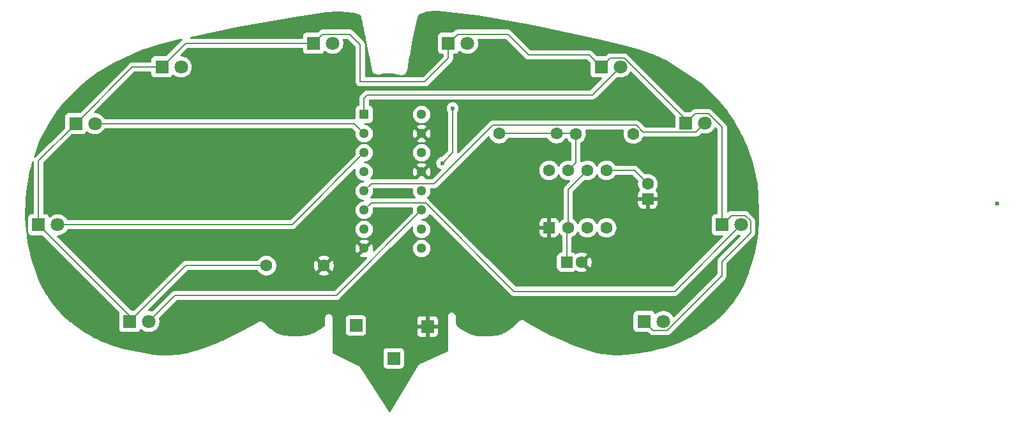
<source format=gbr>
%TF.GenerationSoftware,KiCad,Pcbnew,9.0.6*%
%TF.CreationDate,2026-01-05T01:28:45+00:00*%
%TF.ProjectId,BLINKER,424c494e-4b45-4522-9e6b-696361645f70,rev?*%
%TF.SameCoordinates,Original*%
%TF.FileFunction,Copper,L1,Top*%
%TF.FilePolarity,Positive*%
%FSLAX46Y46*%
G04 Gerber Fmt 4.6, Leading zero omitted, Abs format (unit mm)*
G04 Created by KiCad (PCBNEW 9.0.6) date 2026-01-05 01:28:45*
%MOMM*%
%LPD*%
G01*
G04 APERTURE LIST*
G04 Aperture macros list*
%AMRoundRect*
0 Rectangle with rounded corners*
0 $1 Rounding radius*
0 $2 $3 $4 $5 $6 $7 $8 $9 X,Y pos of 4 corners*
0 Add a 4 corners polygon primitive as box body*
4,1,4,$2,$3,$4,$5,$6,$7,$8,$9,$2,$3,0*
0 Add four circle primitives for the rounded corners*
1,1,$1+$1,$2,$3*
1,1,$1+$1,$4,$5*
1,1,$1+$1,$6,$7*
1,1,$1+$1,$8,$9*
0 Add four rect primitives between the rounded corners*
20,1,$1+$1,$2,$3,$4,$5,0*
20,1,$1+$1,$4,$5,$6,$7,0*
20,1,$1+$1,$6,$7,$8,$9,0*
20,1,$1+$1,$8,$9,$2,$3,0*%
G04 Aperture macros list end*
%TA.AperFunction,ComponentPad*%
%ADD10RoundRect,0.250000X0.550000X-0.550000X0.550000X0.550000X-0.550000X0.550000X-0.550000X-0.550000X0*%
%TD*%
%TA.AperFunction,ComponentPad*%
%ADD11C,1.600000*%
%TD*%
%TA.AperFunction,ComponentPad*%
%ADD12C,1.800000*%
%TD*%
%TA.AperFunction,ComponentPad*%
%ADD13R,1.800000X1.800000*%
%TD*%
%TA.AperFunction,ComponentPad*%
%ADD14RoundRect,0.250000X-0.550000X-0.550000X0.550000X-0.550000X0.550000X0.550000X-0.550000X0.550000X0*%
%TD*%
%TA.AperFunction,ComponentPad*%
%ADD15R,1.700000X1.700000*%
%TD*%
%TA.AperFunction,ComponentPad*%
%ADD16R,1.295400X1.295400*%
%TD*%
%TA.AperFunction,ComponentPad*%
%ADD17C,1.295400*%
%TD*%
%TA.AperFunction,ViaPad*%
%ADD18C,0.600000*%
%TD*%
%TA.AperFunction,Conductor*%
%ADD19C,0.200000*%
%TD*%
G04 APERTURE END LIST*
D10*
%TO.P,U1,1,GND*%
%TO.N,GND*%
X143865600Y-53030200D03*
D11*
%TO.P,U1,2,TR*%
%TO.N,TR*%
X146405600Y-53030200D03*
%TO.P,U1,3,Q*%
%TO.N,OUT*%
X148945600Y-53030200D03*
%TO.P,U1,4,R*%
%TO.N,+5V*%
X151485600Y-53030200D03*
%TO.P,U1,5,CV*%
%TO.N,Net-(U1-CV)*%
X151485600Y-45410200D03*
%TO.P,U1,6,THR*%
%TO.N,TR*%
X148945600Y-45410200D03*
%TO.P,U1,7,DIS*%
%TO.N,Net-(U1-DIS)*%
X146405600Y-45410200D03*
%TO.P,U1,8,VCC*%
%TO.N,+5V*%
X143865600Y-45410200D03*
%TD*%
%TO.P,R4,2*%
%TO.N,GND*%
X113995200Y-58064400D03*
%TO.P,R4,1*%
%TO.N,Net-(D1-K)*%
X106375200Y-58064400D03*
%TD*%
D12*
%TO.P,D9,2,A*%
%TO.N,Net-(D9-A)*%
X159004000Y-65481200D03*
D13*
%TO.P,D9,1,K*%
%TO.N,Net-(D1-K)*%
X156464000Y-65481200D03*
%TD*%
D12*
%TO.P,D6,2,A*%
%TO.N,Net-(D6-A)*%
X153314400Y-31699200D03*
D13*
%TO.P,D6,1,K*%
%TO.N,Net-(D1-K)*%
X150774400Y-31699200D03*
%TD*%
D12*
%TO.P,D3,2,A*%
%TO.N,Net-(D3-A)*%
X95046800Y-31699200D03*
D13*
%TO.P,D3,1,K*%
%TO.N,Net-(D1-K)*%
X92506800Y-31699200D03*
%TD*%
D12*
%TO.P,D4,2,A*%
%TO.N,Net-(D4-A)*%
X115163600Y-28549600D03*
D13*
%TO.P,D4,1,K*%
%TO.N,Net-(D1-K)*%
X112623600Y-28549600D03*
%TD*%
D11*
%TO.P,C4,2*%
%TO.N,Net-(U1-CV)*%
X156953200Y-47225200D03*
D10*
%TO.P,C4,1*%
%TO.N,GND*%
X156953200Y-49225200D03*
%TD*%
D11*
%TO.P,C3,2*%
%TO.N,GND*%
X148192313Y-57607200D03*
D14*
%TO.P,C3,1*%
%TO.N,TR*%
X146192313Y-57607200D03*
%TD*%
D11*
%TO.P,RV1,2,2*%
%TO.N,Net-(U1-DIS)*%
X144830800Y-40538400D03*
%TO.P,RV1,1,1*%
X137210800Y-40538400D03*
%TD*%
%TO.P,R1,2*%
%TO.N,Net-(U1-DIS)*%
X147421600Y-40589200D03*
%TO.P,R1,1*%
%TO.N,+5V*%
X155041600Y-40589200D03*
%TD*%
D13*
%TO.P,D2,1,K*%
%TO.N,Net-(D1-K)*%
X81076800Y-39217600D03*
D12*
%TO.P,D2,2,A*%
%TO.N,Net-(D2-A)*%
X83616800Y-39217600D03*
%TD*%
D13*
%TO.P,D5,1,K*%
%TO.N,Net-(D1-K)*%
X130505200Y-28549600D03*
D12*
%TO.P,D5,2,A*%
%TO.N,Net-(D5-A)*%
X133045200Y-28549600D03*
%TD*%
D15*
%TO.P,TP2,1,1*%
%TO.N,GND*%
X127740000Y-66140000D03*
%TD*%
D13*
%TO.P,D1,1,K*%
%TO.N,Net-(D1-K)*%
X76149200Y-52628800D03*
D12*
%TO.P,D1,2,A*%
%TO.N,Net-(D1-A)*%
X78689200Y-52628800D03*
%TD*%
D13*
%TO.P,D7,1,K*%
%TO.N,Net-(D1-K)*%
X162001200Y-39116000D03*
D12*
%TO.P,D7,2,A*%
%TO.N,Net-(D7-A)*%
X164541200Y-39116000D03*
%TD*%
D13*
%TO.P,D8,1,K*%
%TO.N,Net-(D1-K)*%
X166827200Y-52628800D03*
D12*
%TO.P,D8,2,A*%
%TO.N,Net-(D8-A)*%
X169367200Y-52628800D03*
%TD*%
D13*
%TO.P,D10,1,K*%
%TO.N,Net-(D1-K)*%
X88239600Y-65481200D03*
D12*
%TO.P,D10,2,A*%
%TO.N,Net-(D10-A)*%
X90779600Y-65481200D03*
%TD*%
D15*
%TO.P,TP1,1,1*%
%TO.N,+5V*%
X118240000Y-66010000D03*
%TD*%
D16*
%TO.P,U2,1,Q5*%
%TO.N,Net-(D6-A)*%
X119329200Y-37998400D03*
D17*
%TO.P,U2,2,Q1*%
%TO.N,Net-(D2-A)*%
X119329200Y-40538400D03*
%TO.P,U2,3,Q0*%
%TO.N,Net-(D1-A)*%
X119329200Y-43078400D03*
%TO.P,U2,4,Q2*%
%TO.N,Net-(D3-A)*%
X119329200Y-45618400D03*
%TO.P,U2,5,Q6*%
%TO.N,Net-(D7-A)*%
X119329200Y-48158400D03*
%TO.P,U2,6,Q7*%
%TO.N,Net-(D8-A)*%
X119329200Y-50698400D03*
%TO.P,U2,7,Q3*%
%TO.N,Net-(D4-A)*%
X119329200Y-53238400D03*
%TO.P,U2,8,VSS*%
%TO.N,GND*%
X119329200Y-55778400D03*
%TO.P,U2,9,Q8*%
%TO.N,Net-(D9-A)*%
X126949200Y-55778400D03*
%TO.P,U2,10,Q4*%
%TO.N,Net-(D5-A)*%
X126949200Y-53238400D03*
%TO.P,U2,11,Q9*%
%TO.N,Net-(D10-A)*%
X126949200Y-50698400D03*
%TO.P,U2,12,Cout*%
%TO.N,unconnected-(U2-Cout-Pad12)*%
X126949200Y-48158400D03*
%TO.P,U2,13,CKEN*%
%TO.N,GND*%
X126949200Y-45618400D03*
%TO.P,U2,14,CLK*%
%TO.N,OUT*%
X126949200Y-43078400D03*
%TO.P,U2,15,Reset*%
%TO.N,GND*%
X126949200Y-40538400D03*
%TO.P,U2,16,VDD*%
%TO.N,+5V*%
X126949200Y-37998400D03*
%TD*%
D15*
%TO.P,TP3,1,1*%
%TO.N,OUT*%
X123250000Y-70360000D03*
%TD*%
D18*
%TO.N,*%
X203320000Y-49800000D03*
%TO.N,GND*%
X124790000Y-48260000D03*
X78530000Y-40160000D03*
X86070000Y-32290000D03*
X83630000Y-33950000D03*
X97280000Y-36060000D03*
X137880000Y-33170000D03*
X109480000Y-32840000D03*
X105260000Y-35610000D03*
%TO.N,Net-(D5-A)*%
X129692400Y-44450000D03*
X131064000Y-37185600D03*
%TD*%
D19*
%TO.N,Net-(D8-A)*%
X127473700Y-49749700D02*
X120277900Y-49749700D01*
X120277900Y-49749700D02*
X119329200Y-50698400D01*
X139192000Y-61468000D02*
X127473700Y-49749700D01*
X160528000Y-61468000D02*
X139192000Y-61468000D01*
X169367200Y-52628800D02*
X160528000Y-61468000D01*
%TO.N,Net-(D5-A)*%
X131064000Y-43078400D02*
X129692400Y-44450000D01*
X131064000Y-37185600D02*
X131064000Y-43078400D01*
%TO.N,Net-(D7-A)*%
X128609100Y-47209700D02*
X120277900Y-47209700D01*
X155446850Y-39437400D02*
X136381400Y-39437400D01*
X156326450Y-40317000D02*
X155446850Y-39437400D01*
X136381400Y-39437400D02*
X128609100Y-47209700D01*
X163340200Y-40317000D02*
X156326450Y-40317000D01*
X120277900Y-47209700D02*
X119329200Y-48158400D01*
X164541200Y-39116000D02*
X163340200Y-40317000D01*
%TO.N,TR*%
X146405600Y-47950200D02*
X148945600Y-45410200D01*
X146405600Y-53030200D02*
X146405600Y-47950200D01*
X146192313Y-57607200D02*
X146192313Y-53243487D01*
%TO.N,Net-(U1-CV)*%
X155189000Y-45410200D02*
X151485600Y-45410200D01*
X155498800Y-45720000D02*
X155189000Y-45410200D01*
X155498800Y-45770800D02*
X155498800Y-45720000D01*
X156953200Y-47225200D02*
X155498800Y-45770800D01*
%TO.N,Net-(U1-DIS)*%
X147421600Y-44394200D02*
X146405600Y-45410200D01*
X147421600Y-40589200D02*
X147421600Y-44394200D01*
X137210800Y-40538400D02*
X144830800Y-40538400D01*
X144830800Y-40538400D02*
X147370800Y-40538400D01*
%TO.N,Net-(D6-A)*%
X119329200Y-35814000D02*
X119329200Y-37998400D01*
X119735600Y-35407600D02*
X119329200Y-35814000D01*
X149606000Y-35407600D02*
X119735600Y-35407600D01*
X153314400Y-31699200D02*
X149606000Y-35407600D01*
%TO.N,Net-(D2-A)*%
X118008400Y-39217600D02*
X119329200Y-40538400D01*
X83616800Y-39217600D02*
X118008400Y-39217600D01*
%TO.N,Net-(D10-A)*%
X115620800Y-62026800D02*
X126949200Y-50698400D01*
X94234000Y-62026800D02*
X115620800Y-62026800D01*
X90779600Y-65481200D02*
X94234000Y-62026800D01*
%TO.N,Net-(D1-K)*%
X95656400Y-58064400D02*
X106375200Y-58064400D01*
X88239600Y-65481200D02*
X95656400Y-58064400D01*
X157665000Y-66682200D02*
X156464000Y-65481200D01*
X159501471Y-66682200D02*
X157665000Y-66682200D01*
X166776400Y-59407271D02*
X159501471Y-66682200D01*
X166776400Y-57505600D02*
X166776400Y-59407271D01*
X170568200Y-53713800D02*
X166776400Y-57505600D01*
X169864671Y-51427800D02*
X170568200Y-52131329D01*
X168028200Y-51427800D02*
X169864671Y-51427800D01*
X166827200Y-52628800D02*
X168028200Y-51427800D01*
X170568200Y-52131329D02*
X170568200Y-53713800D01*
X166827200Y-39703529D02*
X166827200Y-52628800D01*
X165038671Y-37915000D02*
X166827200Y-39703529D01*
X163202200Y-37915000D02*
X165038671Y-37915000D01*
X162001200Y-39116000D02*
X163202200Y-37915000D01*
X153811871Y-30498200D02*
X162001200Y-38687529D01*
X151975400Y-30498200D02*
X153811871Y-30498200D01*
X150774400Y-31699200D02*
X151975400Y-30498200D01*
X149199600Y-30124400D02*
X150774400Y-31699200D01*
X138397400Y-27348600D02*
X141173200Y-30124400D01*
X131706200Y-27348600D02*
X138397400Y-27348600D01*
X141173200Y-30124400D02*
X149199600Y-30124400D01*
X130505200Y-28549600D02*
X131706200Y-27348600D01*
X130505200Y-30530800D02*
X130505200Y-28549600D01*
X127355600Y-33680400D02*
X130505200Y-30530800D01*
X118821200Y-33680400D02*
X127355600Y-33680400D01*
X118821200Y-28752800D02*
X118821200Y-33680400D01*
X117417000Y-27348600D02*
X118821200Y-28752800D01*
X113824600Y-27348600D02*
X117417000Y-27348600D01*
X112623600Y-28549600D02*
X113824600Y-27348600D01*
X76149200Y-52628800D02*
X88239600Y-64719200D01*
X95656400Y-28549600D02*
X112623600Y-28549600D01*
X92506800Y-31699200D02*
X95656400Y-28549600D01*
X88595200Y-31699200D02*
X92506800Y-31699200D01*
X81076800Y-39217600D02*
X88595200Y-31699200D01*
X76149200Y-44145200D02*
X81076800Y-39217600D01*
X76149200Y-52628800D02*
X76149200Y-44145200D01*
%TO.N,Net-(D1-A)*%
X109778800Y-52628800D02*
X119329200Y-43078400D01*
X78689200Y-52628800D02*
X109778800Y-52628800D01*
%TD*%
%TA.AperFunction,Conductor*%
%TO.N,GND*%
G36*
X129097422Y-24255504D02*
G01*
X129105936Y-24256122D01*
X134436264Y-24829542D01*
X134445012Y-24830800D01*
X141560984Y-26114649D01*
X141564657Y-26115369D01*
X150586249Y-28029222D01*
X150589329Y-28029917D01*
X153748376Y-28786050D01*
X153753480Y-28787388D01*
X155983386Y-29423214D01*
X155991821Y-29425949D01*
X157793415Y-30082645D01*
X157802637Y-30086435D01*
X159488893Y-30859956D01*
X159505431Y-30869128D01*
X164000611Y-33831878D01*
X164013386Y-33841537D01*
X164550009Y-34304640D01*
X164553232Y-34307521D01*
X165095487Y-34809506D01*
X165098608Y-34812498D01*
X165623017Y-35333063D01*
X165626022Y-35336151D01*
X166050132Y-35787574D01*
X166132021Y-35874736D01*
X166134913Y-35877925D01*
X166606100Y-36415864D01*
X166621782Y-36433767D01*
X166624561Y-36437052D01*
X167078396Y-36993154D01*
X167091808Y-37009588D01*
X167094480Y-37012982D01*
X167513628Y-37564785D01*
X167541259Y-37601160D01*
X167543819Y-37604655D01*
X167968681Y-38206522D01*
X167971121Y-38210110D01*
X168374487Y-38826202D01*
X168376800Y-38829873D01*
X168758384Y-39459737D01*
X168760567Y-39463488D01*
X169119852Y-40106272D01*
X169121903Y-40110096D01*
X169226591Y-40313815D01*
X169365236Y-40583614D01*
X169458506Y-40765113D01*
X169460419Y-40769004D01*
X169748325Y-41381037D01*
X169773878Y-41435356D01*
X169775649Y-41439298D01*
X169836417Y-41581166D01*
X170065625Y-42116272D01*
X170067210Y-42120152D01*
X170341232Y-42824773D01*
X170342636Y-42828564D01*
X170593567Y-43541801D01*
X170594846Y-43545635D01*
X170822390Y-44266644D01*
X170823544Y-44270518D01*
X171027481Y-44998612D01*
X171028507Y-45002522D01*
X171208587Y-45736802D01*
X171209486Y-45740742D01*
X171365549Y-46480547D01*
X171366319Y-46484515D01*
X171498165Y-47228895D01*
X171498854Y-47233233D01*
X171571711Y-47750671D01*
X171572282Y-47755380D01*
X171625280Y-48275079D01*
X171625671Y-48279806D01*
X171658548Y-48797889D01*
X171658769Y-48803107D01*
X171705840Y-51017572D01*
X171705830Y-51023288D01*
X171669234Y-52495535D01*
X171668891Y-52509330D01*
X171667365Y-52514986D01*
X171667257Y-52575061D01*
X171667221Y-52576512D01*
X171665634Y-52640394D01*
X171665852Y-52645563D01*
X171655112Y-53144383D01*
X171654910Y-53149274D01*
X171620696Y-53709397D01*
X171620346Y-53710364D01*
X171620302Y-53714276D01*
X171564002Y-54272678D01*
X171563414Y-54277538D01*
X171485054Y-54833747D01*
X171484387Y-54837960D01*
X171401344Y-55309380D01*
X171400660Y-55312954D01*
X171303718Y-55782235D01*
X171302930Y-55785787D01*
X171193350Y-56247437D01*
X171192104Y-56252254D01*
X170715152Y-57954530D01*
X170713298Y-57960552D01*
X170368005Y-58988709D01*
X170363376Y-59002491D01*
X170359955Y-59007945D01*
X170342476Y-59064720D01*
X170341958Y-59066265D01*
X170341959Y-59066265D01*
X170322080Y-59125460D01*
X170320407Y-59131841D01*
X170200080Y-59495465D01*
X170198346Y-59500359D01*
X170041127Y-59916226D01*
X170039190Y-59921043D01*
X169864706Y-60329952D01*
X169862569Y-60334684D01*
X169671206Y-60735750D01*
X169668693Y-60740724D01*
X169343186Y-61350787D01*
X169340259Y-61355970D01*
X168985964Y-61949520D01*
X168982791Y-61954557D01*
X168600411Y-62530432D01*
X168597001Y-62535310D01*
X168197227Y-63078845D01*
X168187445Y-63092144D01*
X168183804Y-63096853D01*
X167747971Y-63633423D01*
X167744108Y-63637952D01*
X167282956Y-64153069D01*
X167279051Y-64157234D01*
X166778514Y-64667045D01*
X166774601Y-64670859D01*
X166251981Y-65158221D01*
X166247903Y-65161859D01*
X165704331Y-65625709D01*
X165700097Y-65629164D01*
X165136608Y-66068620D01*
X165132226Y-66071885D01*
X164549907Y-66486097D01*
X164545385Y-66489165D01*
X163945630Y-66877157D01*
X163941142Y-66879927D01*
X163282933Y-67267060D01*
X163278499Y-67269547D01*
X162605214Y-67629250D01*
X162600683Y-67631553D01*
X161913194Y-67963374D01*
X161908571Y-67965489D01*
X161208100Y-68268837D01*
X161203396Y-68270761D01*
X160491054Y-68545157D01*
X160486274Y-68546887D01*
X159763043Y-68791938D01*
X159758685Y-68793325D01*
X158963767Y-69030373D01*
X158959856Y-69031470D01*
X158157326Y-69242422D01*
X158153380Y-69243390D01*
X157344420Y-69427930D01*
X157340446Y-69428769D01*
X156525822Y-69586722D01*
X156521821Y-69587430D01*
X155702468Y-69718610D01*
X155698447Y-69719186D01*
X154878964Y-69822986D01*
X154874053Y-69823509D01*
X154050456Y-69894649D01*
X154045315Y-69894986D01*
X153143988Y-69935221D01*
X153139467Y-69935340D01*
X152313284Y-69942064D01*
X152302013Y-69941643D01*
X152226112Y-69935340D01*
X152127609Y-69927160D01*
X150787808Y-69815899D01*
X150765763Y-69812041D01*
X149678719Y-69518688D01*
X149671092Y-69516365D01*
X146972724Y-68598462D01*
X146963500Y-68594908D01*
X146416227Y-68358587D01*
X146416227Y-68358586D01*
X146404263Y-68353420D01*
X146400113Y-68350272D01*
X146343848Y-68327333D01*
X146323068Y-68318360D01*
X146288070Y-68303247D01*
X146283780Y-68302029D01*
X146270844Y-68297570D01*
X144241276Y-67470130D01*
X144228021Y-67463786D01*
X141585862Y-66000767D01*
X141581956Y-65998510D01*
X140520068Y-65358978D01*
X140518705Y-65358157D01*
X140468482Y-65326148D01*
X140462340Y-65324210D01*
X140456819Y-65320885D01*
X140456816Y-65320884D01*
X140401121Y-65304851D01*
X140398117Y-65303945D01*
X140342808Y-65286495D01*
X140336525Y-65285385D01*
X140330174Y-65284429D01*
X140272210Y-65283357D01*
X140269074Y-65283259D01*
X140211144Y-65280719D01*
X140204804Y-65281272D01*
X140198416Y-65281993D01*
X140142139Y-65295963D01*
X140139083Y-65296680D01*
X140082483Y-65309217D01*
X140076436Y-65311416D01*
X140070511Y-65313744D01*
X140019765Y-65341803D01*
X140019766Y-65341804D01*
X140018370Y-65342575D01*
X139965575Y-65370046D01*
X139960822Y-65374398D01*
X139955184Y-65377517D01*
X139955182Y-65377519D01*
X139913430Y-65417754D01*
X139911141Y-65419904D01*
X139241549Y-66033228D01*
X139194073Y-66076714D01*
X139191815Y-66078732D01*
X138918013Y-66317496D01*
X138913355Y-66321362D01*
X138629401Y-66545551D01*
X138624569Y-66549178D01*
X138590404Y-66573543D01*
X138330718Y-66758736D01*
X138324106Y-66763138D01*
X138082460Y-66913099D01*
X138073898Y-66917953D01*
X137821913Y-67047868D01*
X137812994Y-67052027D01*
X137551564Y-67161523D01*
X137542503Y-67164909D01*
X137264119Y-67256733D01*
X137254984Y-67259363D01*
X136970422Y-67329584D01*
X136961114Y-67331505D01*
X136671031Y-67379887D01*
X136663721Y-67380884D01*
X136276495Y-67421991D01*
X136271268Y-67422434D01*
X135881640Y-67447190D01*
X135876398Y-67447412D01*
X135488926Y-67455603D01*
X135483492Y-67455599D01*
X134830102Y-67440771D01*
X134830102Y-67440770D01*
X134816407Y-67440459D01*
X134810838Y-67438968D01*
X134750623Y-67438968D01*
X134747171Y-67438889D01*
X134733344Y-67438576D01*
X134732044Y-67438540D01*
X134524533Y-67431654D01*
X134516323Y-67431108D01*
X134300990Y-67409602D01*
X134292833Y-67408513D01*
X134079268Y-67372750D01*
X134071480Y-67371188D01*
X133934574Y-67339134D01*
X133927180Y-67337160D01*
X133792398Y-67296687D01*
X133785139Y-67294261D01*
X133652098Y-67245177D01*
X133646806Y-67243085D01*
X133454108Y-67161762D01*
X133450695Y-67160261D01*
X133259550Y-67072734D01*
X133256186Y-67071132D01*
X133075251Y-66981608D01*
X133069374Y-66978501D01*
X132944016Y-66907873D01*
X132172471Y-66473175D01*
X132159944Y-66464144D01*
X132159776Y-66464388D01*
X132153093Y-66459763D01*
X132153091Y-66459762D01*
X132153088Y-66459760D01*
X132153086Y-66459759D01*
X132105229Y-66435183D01*
X132101013Y-66432915D01*
X132099880Y-66432277D01*
X132080092Y-66421128D01*
X132077913Y-66419871D01*
X131974446Y-66358705D01*
X131962224Y-66350462D01*
X131857337Y-66270251D01*
X131846191Y-66260625D01*
X131751558Y-66168525D01*
X131741627Y-66157639D01*
X131659510Y-66056090D01*
X131649572Y-66041868D01*
X131592206Y-65946145D01*
X131583362Y-65928267D01*
X131542599Y-65825875D01*
X131536736Y-65806813D01*
X131522026Y-65740364D01*
X131512126Y-65695643D01*
X131510008Y-65683011D01*
X131509415Y-65677853D01*
X131476244Y-65389283D01*
X131475727Y-65383643D01*
X131472849Y-65341804D01*
X131455190Y-65085051D01*
X131454931Y-65079388D01*
X131454929Y-65079319D01*
X131448046Y-64778765D01*
X131448015Y-64775926D01*
X131448015Y-64747174D01*
X131448016Y-64711437D01*
X131413908Y-64584143D01*
X131348016Y-64470015D01*
X131254830Y-64376829D01*
X131174344Y-64330360D01*
X131140703Y-64310937D01*
X131077055Y-64293883D01*
X131013408Y-64276829D01*
X131013404Y-64276829D01*
X130881620Y-64276829D01*
X130754326Y-64310938D01*
X130754324Y-64310938D01*
X130754324Y-64310939D01*
X130640196Y-64376831D01*
X130547012Y-64470016D01*
X130481120Y-64584146D01*
X130481119Y-64584146D01*
X130447014Y-64711437D01*
X130447014Y-64792534D01*
X130447009Y-64952773D01*
X130447014Y-64952898D01*
X130447014Y-69380389D01*
X130427329Y-69447428D01*
X130374969Y-69492980D01*
X126686281Y-71195113D01*
X126664843Y-71202708D01*
X126656737Y-71204766D01*
X126656729Y-71204769D01*
X126620526Y-71225038D01*
X126611910Y-71229430D01*
X126574224Y-71246821D01*
X126574221Y-71246823D01*
X126567782Y-71252182D01*
X126549056Y-71265056D01*
X126541748Y-71269148D01*
X126541741Y-71269153D01*
X126512008Y-71298112D01*
X126508535Y-71301493D01*
X126472933Y-71331127D01*
X126461522Y-71347283D01*
X126453339Y-71355254D01*
X126453340Y-71355254D01*
X126447345Y-71361092D01*
X126447339Y-71361100D01*
X126426106Y-71396781D01*
X126423630Y-71400940D01*
X126396913Y-71438775D01*
X126390074Y-71457329D01*
X126384234Y-71467144D01*
X126384233Y-71467148D01*
X122823764Y-77450494D01*
X122772565Y-77498039D01*
X122703790Y-77510356D01*
X122639273Y-77483536D01*
X122613165Y-77454553D01*
X119188037Y-72172920D01*
X118798813Y-71572726D01*
X118792081Y-71560988D01*
X118789716Y-71556288D01*
X118789714Y-71556282D01*
X118789710Y-71556276D01*
X118756478Y-71507391D01*
X118755711Y-71506263D01*
X118722834Y-71455565D01*
X118718730Y-71451865D01*
X118715625Y-71447297D01*
X118715622Y-71447294D01*
X118715620Y-71447292D01*
X118670882Y-71408686D01*
X118668862Y-71406905D01*
X118624956Y-71367321D01*
X118620604Y-71364326D01*
X118620568Y-71364301D01*
X118620319Y-71364129D01*
X118620263Y-71364097D01*
X118615853Y-71361201D01*
X118562665Y-71335498D01*
X118560255Y-71334301D01*
X118507573Y-71307417D01*
X118502598Y-71305652D01*
X118490109Y-71300437D01*
X115219262Y-69719834D01*
X115207026Y-69708757D01*
X115192011Y-69701900D01*
X115181659Y-69685791D01*
X115167465Y-69672942D01*
X115162828Y-69656490D01*
X115154237Y-69643122D01*
X115149214Y-69608187D01*
X115149214Y-69462135D01*
X121899500Y-69462135D01*
X121899500Y-71257870D01*
X121899501Y-71257876D01*
X121905908Y-71317483D01*
X121956202Y-71452328D01*
X121956206Y-71452335D01*
X122042452Y-71567544D01*
X122042455Y-71567547D01*
X122157664Y-71653793D01*
X122157671Y-71653797D01*
X122292517Y-71704091D01*
X122292516Y-71704091D01*
X122299444Y-71704835D01*
X122352127Y-71710500D01*
X124147872Y-71710499D01*
X124207483Y-71704091D01*
X124342331Y-71653796D01*
X124457546Y-71567546D01*
X124543796Y-71452331D01*
X124594091Y-71317483D01*
X124600500Y-71257873D01*
X124600499Y-69462128D01*
X124594091Y-69402517D01*
X124579408Y-69363151D01*
X124543797Y-69267671D01*
X124543793Y-69267664D01*
X124457547Y-69152455D01*
X124457544Y-69152452D01*
X124342335Y-69066206D01*
X124342328Y-69066202D01*
X124207482Y-69015908D01*
X124207483Y-69015908D01*
X124147883Y-69009501D01*
X124147881Y-69009500D01*
X124147873Y-69009500D01*
X124147864Y-69009500D01*
X122352129Y-69009500D01*
X122352123Y-69009501D01*
X122292516Y-69015908D01*
X122157671Y-69066202D01*
X122157664Y-69066206D01*
X122042455Y-69152452D01*
X122042452Y-69152455D01*
X121956206Y-69267664D01*
X121956202Y-69267671D01*
X121905908Y-69402517D01*
X121901080Y-69447428D01*
X121899501Y-69462123D01*
X121899500Y-69462135D01*
X115149214Y-69462135D01*
X115149214Y-65112135D01*
X116889500Y-65112135D01*
X116889500Y-66907870D01*
X116889501Y-66907876D01*
X116895908Y-66967483D01*
X116946202Y-67102328D01*
X116946206Y-67102335D01*
X117032452Y-67217544D01*
X117032455Y-67217547D01*
X117147664Y-67303793D01*
X117147671Y-67303797D01*
X117282517Y-67354091D01*
X117282516Y-67354091D01*
X117289444Y-67354835D01*
X117342127Y-67360500D01*
X119137872Y-67360499D01*
X119197483Y-67354091D01*
X119332331Y-67303796D01*
X119447546Y-67217546D01*
X119533796Y-67102331D01*
X119584091Y-66967483D01*
X119590500Y-66907873D01*
X119590499Y-66000767D01*
X119590499Y-65242155D01*
X126390000Y-65242155D01*
X126390000Y-65890000D01*
X127306988Y-65890000D01*
X127274075Y-65947007D01*
X127240000Y-66074174D01*
X127240000Y-66205826D01*
X127274075Y-66332993D01*
X127306988Y-66390000D01*
X126390000Y-66390000D01*
X126390000Y-67037844D01*
X126396401Y-67097372D01*
X126396403Y-67097379D01*
X126446645Y-67232086D01*
X126446649Y-67232093D01*
X126532809Y-67347187D01*
X126532812Y-67347190D01*
X126647906Y-67433350D01*
X126647913Y-67433354D01*
X126782620Y-67483596D01*
X126782627Y-67483598D01*
X126842155Y-67489999D01*
X126842172Y-67490000D01*
X127490000Y-67490000D01*
X127490000Y-66573012D01*
X127547007Y-66605925D01*
X127674174Y-66640000D01*
X127805826Y-66640000D01*
X127932993Y-66605925D01*
X127990000Y-66573012D01*
X127990000Y-67490000D01*
X128637828Y-67490000D01*
X128637844Y-67489999D01*
X128697372Y-67483598D01*
X128697379Y-67483596D01*
X128832086Y-67433354D01*
X128832093Y-67433350D01*
X128947187Y-67347190D01*
X128947190Y-67347187D01*
X129033350Y-67232093D01*
X129033354Y-67232086D01*
X129083596Y-67097379D01*
X129083598Y-67097372D01*
X129089999Y-67037844D01*
X129090000Y-67037827D01*
X129090000Y-66390000D01*
X128173012Y-66390000D01*
X128205925Y-66332993D01*
X128240000Y-66205826D01*
X128240000Y-66074174D01*
X128205925Y-65947007D01*
X128173012Y-65890000D01*
X129090000Y-65890000D01*
X129090000Y-65242172D01*
X129089999Y-65242155D01*
X129083598Y-65182627D01*
X129083596Y-65182620D01*
X129033354Y-65047913D01*
X129033350Y-65047906D01*
X128947190Y-64932812D01*
X128947187Y-64932809D01*
X128832093Y-64846649D01*
X128832086Y-64846645D01*
X128697379Y-64796403D01*
X128697372Y-64796401D01*
X128637844Y-64790000D01*
X127990000Y-64790000D01*
X127990000Y-65706988D01*
X127932993Y-65674075D01*
X127805826Y-65640000D01*
X127674174Y-65640000D01*
X127547007Y-65674075D01*
X127490000Y-65706988D01*
X127490000Y-64790000D01*
X126842155Y-64790000D01*
X126782627Y-64796401D01*
X126782620Y-64796403D01*
X126647913Y-64846645D01*
X126647906Y-64846649D01*
X126532812Y-64932809D01*
X126532809Y-64932812D01*
X126446649Y-65047906D01*
X126446645Y-65047913D01*
X126396403Y-65182620D01*
X126396401Y-65182627D01*
X126390000Y-65242155D01*
X119590499Y-65242155D01*
X119590499Y-65238851D01*
X119590499Y-65112129D01*
X119590498Y-65112123D01*
X119590497Y-65112116D01*
X119584091Y-65052517D01*
X119582371Y-65047906D01*
X119533797Y-64917671D01*
X119533793Y-64917664D01*
X119447547Y-64802455D01*
X119447544Y-64802452D01*
X119332335Y-64716206D01*
X119332328Y-64716202D01*
X119197482Y-64665908D01*
X119197483Y-64665908D01*
X119137883Y-64659501D01*
X119137881Y-64659500D01*
X119137873Y-64659500D01*
X119137864Y-64659500D01*
X117342129Y-64659500D01*
X117342123Y-64659501D01*
X117282516Y-64665908D01*
X117147671Y-64716202D01*
X117147664Y-64716206D01*
X117032455Y-64802452D01*
X117032452Y-64802455D01*
X116946206Y-64917664D01*
X116946202Y-64917671D01*
X116895908Y-65052517D01*
X116892715Y-65082220D01*
X116889501Y-65112123D01*
X116889500Y-65112135D01*
X115149214Y-65112135D01*
X115149214Y-65002008D01*
X115149235Y-64999750D01*
X115150331Y-64939579D01*
X115150000Y-64936653D01*
X115149977Y-64936255D01*
X115149962Y-64936137D01*
X115149687Y-64933886D01*
X115149673Y-64933769D01*
X115149596Y-64933361D01*
X115149214Y-64930455D01*
X115149214Y-64930453D01*
X115133626Y-64872279D01*
X115133071Y-64870129D01*
X115132657Y-64868463D01*
X115118547Y-64811685D01*
X115118542Y-64811676D01*
X115117480Y-64808974D01*
X115117476Y-64808962D01*
X115116445Y-64806339D01*
X115116438Y-64806322D01*
X115116397Y-64806219D01*
X115116225Y-64805861D01*
X115115105Y-64803156D01*
X115099383Y-64775926D01*
X115084433Y-64750032D01*
X115054744Y-64696376D01*
X115051534Y-64693047D01*
X115049216Y-64689032D01*
X115049213Y-64689029D01*
X115006643Y-64646460D01*
X115005112Y-64644902D01*
X114963271Y-64601508D01*
X114963268Y-64601506D01*
X114963267Y-64601505D01*
X114960969Y-64599674D01*
X114958815Y-64597958D01*
X114958699Y-64597866D01*
X114958356Y-64597632D01*
X114956031Y-64595848D01*
X114956028Y-64595845D01*
X114903886Y-64565740D01*
X114901970Y-64564611D01*
X114850355Y-64533545D01*
X114847678Y-64532378D01*
X114847678Y-64532379D01*
X114845123Y-64531266D01*
X114845122Y-64531265D01*
X114845002Y-64531213D01*
X114844620Y-64531079D01*
X114841905Y-64529954D01*
X114783702Y-64514359D01*
X114783702Y-64514358D01*
X114782598Y-64514062D01*
X114723710Y-64497128D01*
X114719079Y-64497043D01*
X114714606Y-64495845D01*
X114653272Y-64495845D01*
X114591948Y-64494728D01*
X114587453Y-64495845D01*
X114582822Y-64495845D01*
X114582819Y-64495845D01*
X114524684Y-64511421D01*
X114522502Y-64511985D01*
X114464050Y-64526512D01*
X114461304Y-64527592D01*
X114461303Y-64527593D01*
X114458715Y-64528610D01*
X114458713Y-64528610D01*
X114458632Y-64528642D01*
X114458264Y-64528819D01*
X114455527Y-64529952D01*
X114403350Y-64560076D01*
X114402356Y-64560649D01*
X114348745Y-64590315D01*
X114345412Y-64593527D01*
X114341399Y-64595845D01*
X114298828Y-64638414D01*
X114298829Y-64638415D01*
X114298027Y-64639217D01*
X114253877Y-64681788D01*
X114251488Y-64685756D01*
X114248214Y-64689030D01*
X114218121Y-64741152D01*
X114216977Y-64743092D01*
X114185915Y-64794701D01*
X114184738Y-64797403D01*
X114184731Y-64797420D01*
X114183667Y-64799860D01*
X114183649Y-64799903D01*
X114183584Y-64800050D01*
X114183453Y-64800426D01*
X114182322Y-64803157D01*
X114166737Y-64861314D01*
X114166738Y-64861315D01*
X114166431Y-64862458D01*
X114149497Y-64921349D01*
X114149412Y-64925979D01*
X114148214Y-64930453D01*
X114148214Y-64930455D01*
X114148214Y-64990681D01*
X114148193Y-64992939D01*
X114136667Y-65625709D01*
X114135798Y-65673390D01*
X114134603Y-65677853D01*
X114134600Y-65739154D01*
X114134579Y-65740307D01*
X114134579Y-65740364D01*
X114134504Y-65744433D01*
X114134372Y-65748304D01*
X114130075Y-65834757D01*
X114128856Y-65846997D01*
X114116251Y-65931024D01*
X114113825Y-65943083D01*
X114093312Y-66024045D01*
X114088588Y-66038765D01*
X114086082Y-66045171D01*
X114077981Y-66062014D01*
X114075308Y-66066642D01*
X114064780Y-66082059D01*
X114059914Y-66088145D01*
X114050846Y-66098292D01*
X113991349Y-66157924D01*
X113985093Y-66163775D01*
X113926128Y-66215225D01*
X113919822Y-66220727D01*
X113913175Y-66226134D01*
X113843349Y-66279032D01*
X113838266Y-66282684D01*
X113526503Y-66494988D01*
X113523202Y-66497160D01*
X113204016Y-66699941D01*
X113200647Y-66702007D01*
X112876193Y-66893904D01*
X112870718Y-66896958D01*
X112637341Y-67019510D01*
X112629610Y-67023234D01*
X112389411Y-67128870D01*
X112381442Y-67132050D01*
X112134390Y-67220867D01*
X112126200Y-67223495D01*
X111874915Y-67294595D01*
X111866539Y-67296653D01*
X111610788Y-67350141D01*
X111602291Y-67351612D01*
X111342155Y-67387371D01*
X111335871Y-67388072D01*
X110963823Y-67420002D01*
X110959808Y-67420281D01*
X110585615Y-67440191D01*
X110581593Y-67440339D01*
X110207037Y-67448091D01*
X110202776Y-67448106D01*
X109807488Y-67442702D01*
X109802991Y-67442559D01*
X109408209Y-67422820D01*
X109403720Y-67422514D01*
X109011177Y-67388576D01*
X109004022Y-67387748D01*
X108736245Y-67348826D01*
X108726499Y-67347009D01*
X108463958Y-67287109D01*
X108454415Y-67284526D01*
X108197660Y-67203894D01*
X108188142Y-67200473D01*
X107947549Y-67102734D01*
X107938165Y-67098459D01*
X107706660Y-66981135D01*
X107697668Y-66976097D01*
X107534079Y-66875291D01*
X107475658Y-66839291D01*
X107469170Y-66835007D01*
X107193090Y-66640000D01*
X107171537Y-66624776D01*
X107167373Y-66621701D01*
X106877854Y-66398303D01*
X106873802Y-66395037D01*
X106592957Y-66158765D01*
X106590972Y-66157058D01*
X106022525Y-65657956D01*
X105958550Y-65601785D01*
X105926743Y-65568961D01*
X105909218Y-65558471D01*
X105893870Y-65544996D01*
X105876020Y-65536180D01*
X105857368Y-65526968D01*
X105852877Y-65524750D01*
X105813666Y-65501281D01*
X105794028Y-65495686D01*
X105783928Y-65490698D01*
X105783925Y-65490697D01*
X105775709Y-65486639D01*
X105735778Y-65478672D01*
X105730871Y-65477693D01*
X105686924Y-65465173D01*
X105666509Y-65464851D01*
X105655468Y-65462648D01*
X105655466Y-65462648D01*
X105646476Y-65460855D01*
X105646472Y-65460854D01*
X105605852Y-65463493D01*
X105595868Y-65463739D01*
X105558616Y-65463153D01*
X105555157Y-65463099D01*
X105555156Y-65463099D01*
X105555154Y-65463099D01*
X105555149Y-65463100D01*
X105546271Y-65465328D01*
X105546272Y-65465329D01*
X105535345Y-65468073D01*
X105514966Y-65469398D01*
X105471693Y-65484058D01*
X105466837Y-65485278D01*
X105466826Y-65485282D01*
X105427343Y-65495198D01*
X105427337Y-65495200D01*
X105419325Y-65499659D01*
X105409489Y-65505132D01*
X105390152Y-65511685D01*
X105352146Y-65537046D01*
X105347776Y-65539479D01*
X105347768Y-65539485D01*
X103330256Y-66662331D01*
X103326060Y-66664562D01*
X100914139Y-67888321D01*
X100904911Y-67892537D01*
X100637755Y-68001631D01*
X100637755Y-68001632D01*
X100625182Y-68006766D01*
X100614290Y-68008630D01*
X100564363Y-68031601D01*
X100561862Y-68032623D01*
X100561860Y-68032623D01*
X100513411Y-68052407D01*
X100506355Y-68056435D01*
X100506006Y-68055824D01*
X100494164Y-68062806D01*
X99859100Y-68343485D01*
X99855661Y-68344943D01*
X99153145Y-68630464D01*
X99149664Y-68631818D01*
X98438842Y-68896062D01*
X98435322Y-68897310D01*
X97716896Y-69140015D01*
X97713340Y-69141157D01*
X96987931Y-69362116D01*
X96984342Y-69363151D01*
X96252867Y-69562091D01*
X96248940Y-69563090D01*
X95757536Y-69679633D01*
X95753266Y-69680567D01*
X95258303Y-69779671D01*
X95254002Y-69780453D01*
X94755922Y-69862039D01*
X94751598Y-69862670D01*
X94455205Y-69900549D01*
X94251311Y-69926607D01*
X94246101Y-69927160D01*
X93759188Y-69968465D01*
X93753034Y-69968833D01*
X93265124Y-69985871D01*
X93258959Y-69985933D01*
X92770808Y-69978696D01*
X92764648Y-69978452D01*
X92277027Y-69946935D01*
X92272107Y-69946518D01*
X91387933Y-69853900D01*
X91384250Y-69853459D01*
X90502771Y-69734377D01*
X90499104Y-69733825D01*
X89621487Y-69588418D01*
X89617849Y-69587760D01*
X88705826Y-69408572D01*
X88702223Y-69407808D01*
X87795815Y-69201583D01*
X87792235Y-69200713D01*
X87382809Y-69094677D01*
X86892338Y-68967651D01*
X86888585Y-68966615D01*
X86647794Y-68896062D01*
X86313504Y-68798113D01*
X86309536Y-68796878D01*
X85740473Y-68609217D01*
X85736550Y-68607850D01*
X85174112Y-68401235D01*
X85170235Y-68399737D01*
X84615344Y-68174516D01*
X84611038Y-68172672D01*
X83966025Y-67882036D01*
X83961319Y-67879796D01*
X83329376Y-67562452D01*
X83324768Y-67560015D01*
X82706754Y-67216410D01*
X82702252Y-67213782D01*
X82219268Y-66918018D01*
X82099052Y-66844402D01*
X82094634Y-66841565D01*
X81512303Y-66450051D01*
X81507957Y-66446992D01*
X80942809Y-66030792D01*
X80938598Y-66027550D01*
X80391774Y-65587494D01*
X80387707Y-65584074D01*
X79860423Y-65121152D01*
X79856466Y-65117523D01*
X79359659Y-64641736D01*
X79355828Y-64637904D01*
X79016640Y-64283387D01*
X78880380Y-64140968D01*
X78876731Y-64136983D01*
X78865731Y-64124431D01*
X78435436Y-63633423D01*
X78423485Y-63619786D01*
X78420004Y-63615634D01*
X78013217Y-63108350D01*
X77989545Y-63078829D01*
X77986462Y-63074819D01*
X77671344Y-62647085D01*
X77668609Y-62643220D01*
X77369889Y-62203525D01*
X77367303Y-62199558D01*
X77212640Y-61952078D01*
X77085566Y-61748744D01*
X77083158Y-61744722D01*
X76818811Y-61283429D01*
X76816563Y-61279325D01*
X76570071Y-60808365D01*
X76567953Y-60804123D01*
X76238910Y-60112282D01*
X76236953Y-60107957D01*
X76154609Y-59916226D01*
X75934612Y-59403982D01*
X75932858Y-59399671D01*
X75657695Y-58684661D01*
X75656080Y-58680210D01*
X75651928Y-58668053D01*
X75408506Y-57955244D01*
X75407059Y-57950725D01*
X75187411Y-57216795D01*
X75186142Y-57212239D01*
X75182599Y-57198506D01*
X74994742Y-56470415D01*
X74993661Y-56465864D01*
X74830715Y-55716880D01*
X74829876Y-55712666D01*
X74686752Y-54919008D01*
X74686087Y-54914931D01*
X74684285Y-54902602D01*
X74569448Y-54116722D01*
X74568920Y-54112631D01*
X74568453Y-54108468D01*
X74478935Y-53310966D01*
X74478543Y-53306855D01*
X74415311Y-52502624D01*
X74415062Y-52498617D01*
X74378653Y-51692630D01*
X74378537Y-51688518D01*
X74368998Y-50881879D01*
X74369018Y-50877773D01*
X74386349Y-50071556D01*
X74386503Y-50067522D01*
X74430932Y-49256269D01*
X74431223Y-49252200D01*
X74434867Y-49210815D01*
X74502447Y-48443219D01*
X74502867Y-48439203D01*
X74600834Y-47632960D01*
X74601395Y-47628913D01*
X74725983Y-46826424D01*
X74726677Y-46822402D01*
X74877757Y-46024472D01*
X74878572Y-46020521D01*
X75055998Y-45227945D01*
X75056934Y-45224065D01*
X75260471Y-44437889D01*
X75261629Y-44433717D01*
X75280179Y-44371158D01*
X75305816Y-44284692D01*
X75343746Y-44226015D01*
X75407379Y-44197159D01*
X75476510Y-44207286D01*
X75529193Y-44253180D01*
X75548700Y-44319943D01*
X75548700Y-51104300D01*
X75529015Y-51171339D01*
X75476211Y-51217094D01*
X75424701Y-51228300D01*
X75201330Y-51228300D01*
X75201323Y-51228301D01*
X75141716Y-51234708D01*
X75006871Y-51285002D01*
X75006864Y-51285006D01*
X74891655Y-51371252D01*
X74891652Y-51371255D01*
X74805406Y-51486464D01*
X74805402Y-51486471D01*
X74755108Y-51621317D01*
X74748701Y-51680916D01*
X74748700Y-51680935D01*
X74748700Y-53491003D01*
X74748700Y-53491011D01*
X74748701Y-53576672D01*
X74755109Y-53636283D01*
X74769268Y-53674247D01*
X74769269Y-53674250D01*
X74805402Y-53771128D01*
X74805406Y-53771135D01*
X74891652Y-53886344D01*
X74891655Y-53886347D01*
X75006864Y-53972593D01*
X75006871Y-53972597D01*
X75141717Y-54022891D01*
X75141716Y-54022891D01*
X75148644Y-54023635D01*
X75201327Y-54029300D01*
X76649102Y-54029299D01*
X76716141Y-54048984D01*
X76736783Y-54065618D01*
X86870510Y-64199345D01*
X86903995Y-64260668D01*
X86899011Y-64330360D01*
X86898821Y-64330777D01*
X86845508Y-64473717D01*
X86839101Y-64533316D01*
X86839100Y-64533335D01*
X86839100Y-66429070D01*
X86839101Y-66429076D01*
X86845508Y-66488683D01*
X86895802Y-66623528D01*
X86895806Y-66623535D01*
X86982052Y-66738744D01*
X86982055Y-66738747D01*
X87097264Y-66824993D01*
X87097271Y-66824997D01*
X87232117Y-66875291D01*
X87232116Y-66875291D01*
X87239044Y-66876035D01*
X87291727Y-66881700D01*
X89187472Y-66881699D01*
X89247083Y-66875291D01*
X89381931Y-66824996D01*
X89497146Y-66738746D01*
X89583396Y-66623531D01*
X89611029Y-66549443D01*
X89613201Y-66543620D01*
X89655071Y-66487686D01*
X89720536Y-66463268D01*
X89788809Y-66478119D01*
X89817064Y-66499271D01*
X89867236Y-66549443D01*
X89867241Y-66549447D01*
X89968862Y-66623278D01*
X90045578Y-66679015D01*
X90173975Y-66744437D01*
X90241993Y-66779095D01*
X90241996Y-66779096D01*
X90337074Y-66809988D01*
X90451649Y-66847215D01*
X90669378Y-66881700D01*
X90669379Y-66881700D01*
X90889821Y-66881700D01*
X90889822Y-66881700D01*
X91107551Y-66847215D01*
X91317206Y-66779095D01*
X91513622Y-66679015D01*
X91691965Y-66549442D01*
X91847842Y-66393565D01*
X91977415Y-66215222D01*
X92077495Y-66018806D01*
X92145615Y-65809151D01*
X92180100Y-65591422D01*
X92180100Y-65370978D01*
X92145615Y-65153249D01*
X92122788Y-65082994D01*
X92120793Y-65013153D01*
X92153036Y-64956997D01*
X94446416Y-62663619D01*
X94507739Y-62630134D01*
X94534097Y-62627300D01*
X115534131Y-62627300D01*
X115534147Y-62627301D01*
X115541743Y-62627301D01*
X115699854Y-62627301D01*
X115699857Y-62627301D01*
X115852585Y-62586377D01*
X115902704Y-62557439D01*
X115989516Y-62507320D01*
X116101320Y-62395516D01*
X116101320Y-62395514D01*
X116111528Y-62385307D01*
X116111530Y-62385304D01*
X122808798Y-55688035D01*
X125801000Y-55688035D01*
X125801000Y-55868764D01*
X125829253Y-56047150D01*
X125829273Y-56047271D01*
X125885122Y-56219156D01*
X125967040Y-56379929D01*
X125967174Y-56380191D01*
X126073396Y-56526396D01*
X126201203Y-56654203D01*
X126331460Y-56748838D01*
X126347412Y-56760428D01*
X126508444Y-56842478D01*
X126680329Y-56898327D01*
X126858835Y-56926600D01*
X126858836Y-56926600D01*
X127039564Y-56926600D01*
X127039565Y-56926600D01*
X127218071Y-56898327D01*
X127389956Y-56842478D01*
X127550988Y-56760428D01*
X127633079Y-56700785D01*
X127697196Y-56654203D01*
X127697198Y-56654200D01*
X127697202Y-56654198D01*
X127824998Y-56526402D01*
X127825000Y-56526398D01*
X127825003Y-56526396D01*
X127915058Y-56402444D01*
X127931228Y-56380188D01*
X128013278Y-56219156D01*
X128069127Y-56047271D01*
X128097400Y-55868765D01*
X128097400Y-55688035D01*
X128069127Y-55509529D01*
X128013278Y-55337644D01*
X127931228Y-55176612D01*
X127920257Y-55161512D01*
X127825003Y-55030403D01*
X127697196Y-54902596D01*
X127550991Y-54796374D01*
X127550990Y-54796373D01*
X127550988Y-54796372D01*
X127389956Y-54714322D01*
X127218071Y-54658473D01*
X127218069Y-54658472D01*
X127218067Y-54658472D01*
X127104620Y-54640503D01*
X127039565Y-54630200D01*
X126858835Y-54630200D01*
X126844945Y-54632400D01*
X126680332Y-54658472D01*
X126508441Y-54714323D01*
X126347408Y-54796374D01*
X126201203Y-54902596D01*
X126073396Y-55030403D01*
X125967174Y-55176608D01*
X125885123Y-55337641D01*
X125829272Y-55509532D01*
X125801000Y-55688035D01*
X122808798Y-55688035D01*
X125616248Y-52880585D01*
X125677569Y-52847102D01*
X125747261Y-52852086D01*
X125803194Y-52893958D01*
X125827611Y-52959422D01*
X125826400Y-52987666D01*
X125824840Y-52997516D01*
X125801000Y-53148035D01*
X125801000Y-53328765D01*
X125804408Y-53350280D01*
X125826652Y-53490728D01*
X125829273Y-53507271D01*
X125885122Y-53679156D01*
X125960256Y-53826615D01*
X125967174Y-53840191D01*
X126073396Y-53986396D01*
X126201203Y-54114203D01*
X126325522Y-54204524D01*
X126347412Y-54220428D01*
X126508444Y-54302478D01*
X126680329Y-54358327D01*
X126858835Y-54386600D01*
X127039565Y-54386600D01*
X127218071Y-54358327D01*
X127389956Y-54302478D01*
X127550988Y-54220428D01*
X127633079Y-54160785D01*
X127697196Y-54114203D01*
X127697198Y-54114200D01*
X127697202Y-54114198D01*
X127824998Y-53986402D01*
X127825000Y-53986398D01*
X127825003Y-53986396D01*
X127888267Y-53899319D01*
X127931228Y-53840188D01*
X128013278Y-53679156D01*
X128069127Y-53507271D01*
X128097400Y-53328765D01*
X128097400Y-53148035D01*
X128069127Y-52969529D01*
X128013278Y-52797644D01*
X127931228Y-52636612D01*
X127896262Y-52588485D01*
X127825003Y-52490403D01*
X127697196Y-52362596D01*
X127550991Y-52256374D01*
X127550990Y-52256373D01*
X127550988Y-52256372D01*
X127389956Y-52174322D01*
X127218071Y-52118473D01*
X127218069Y-52118472D01*
X127218067Y-52118472D01*
X127099636Y-52099714D01*
X127043812Y-52090872D01*
X126980678Y-52060944D01*
X126943747Y-52001632D01*
X126944745Y-51931770D01*
X126983355Y-51873537D01*
X127043812Y-51845927D01*
X127218071Y-51818327D01*
X127389956Y-51762478D01*
X127550988Y-51680428D01*
X127646921Y-51610729D01*
X127697196Y-51574203D01*
X127697198Y-51574200D01*
X127697202Y-51574198D01*
X127824998Y-51446402D01*
X127825000Y-51446398D01*
X127825003Y-51446396D01*
X127931224Y-51300193D01*
X127931228Y-51300188D01*
X127936009Y-51290802D01*
X127983978Y-51240007D01*
X128051797Y-51223206D01*
X128117934Y-51245739D01*
X128134176Y-51259411D01*
X138823284Y-61948520D01*
X138960215Y-62027577D01*
X139112943Y-62068501D01*
X139112946Y-62068501D01*
X139278654Y-62068501D01*
X139278670Y-62068500D01*
X160441331Y-62068500D01*
X160441347Y-62068501D01*
X160448943Y-62068501D01*
X160607054Y-62068501D01*
X160607057Y-62068501D01*
X160759785Y-62027577D01*
X160809904Y-61998639D01*
X160896716Y-61948520D01*
X161008520Y-61836716D01*
X161008520Y-61836714D01*
X161018728Y-61826507D01*
X161018729Y-61826504D01*
X168842998Y-54002236D01*
X168851434Y-53997630D01*
X168857266Y-53989985D01*
X168881601Y-53981157D01*
X168904319Y-53968753D01*
X168915658Y-53968804D01*
X168922948Y-53966160D01*
X168944883Y-53968936D01*
X168958128Y-53968996D01*
X168963631Y-53970245D01*
X169039249Y-53994815D01*
X169147129Y-54011901D01*
X169151122Y-54012808D01*
X169178195Y-54027910D01*
X169206203Y-54041187D01*
X169208441Y-54044781D01*
X169212140Y-54046845D01*
X169226747Y-54074180D01*
X169243135Y-54100498D01*
X169243074Y-54104733D01*
X169245070Y-54108468D01*
X169242579Y-54139365D01*
X169242137Y-54170361D01*
X169239764Y-54174295D01*
X169239457Y-54178112D01*
X169229936Y-54190593D01*
X169211352Y-54221412D01*
X166295881Y-57136882D01*
X166295879Y-57136884D01*
X166270872Y-57180198D01*
X166260303Y-57198506D01*
X166216823Y-57273815D01*
X166175899Y-57426543D01*
X166175899Y-57426545D01*
X166175899Y-57594646D01*
X166175900Y-57594659D01*
X166175900Y-59107173D01*
X166156215Y-59174212D01*
X166139581Y-59194854D01*
X160452600Y-64881834D01*
X160391277Y-64915319D01*
X160321585Y-64910335D01*
X160265652Y-64868463D01*
X160254434Y-64850448D01*
X160201815Y-64747178D01*
X160175848Y-64711437D01*
X160072247Y-64568841D01*
X160072243Y-64568836D01*
X159916363Y-64412956D01*
X159916358Y-64412952D01*
X159738025Y-64283387D01*
X159738024Y-64283386D01*
X159738022Y-64283385D01*
X159620791Y-64223652D01*
X159541606Y-64183304D01*
X159541603Y-64183303D01*
X159331952Y-64115185D01*
X159223086Y-64097942D01*
X159114222Y-64080700D01*
X158893778Y-64080700D01*
X158821201Y-64092195D01*
X158676047Y-64115185D01*
X158466396Y-64183303D01*
X158466393Y-64183304D01*
X158269974Y-64283387D01*
X158091641Y-64412952D01*
X158091636Y-64412956D01*
X158041463Y-64463129D01*
X157980140Y-64496613D01*
X157910448Y-64491628D01*
X157854515Y-64449757D01*
X157837601Y-64418780D01*
X157807797Y-64338871D01*
X157807793Y-64338864D01*
X157721547Y-64223655D01*
X157721544Y-64223652D01*
X157606335Y-64137406D01*
X157606328Y-64137402D01*
X157471482Y-64087108D01*
X157471483Y-64087108D01*
X157411883Y-64080701D01*
X157411881Y-64080700D01*
X157411873Y-64080700D01*
X157411864Y-64080700D01*
X155516129Y-64080700D01*
X155516123Y-64080701D01*
X155456516Y-64087108D01*
X155321671Y-64137402D01*
X155321664Y-64137406D01*
X155206455Y-64223652D01*
X155206452Y-64223655D01*
X155120206Y-64338864D01*
X155120202Y-64338871D01*
X155069908Y-64473717D01*
X155063501Y-64533316D01*
X155063500Y-64533335D01*
X155063500Y-66429070D01*
X155063501Y-66429076D01*
X155069908Y-66488683D01*
X155120202Y-66623528D01*
X155120206Y-66623535D01*
X155206452Y-66738744D01*
X155206455Y-66738747D01*
X155321664Y-66824993D01*
X155321671Y-66824997D01*
X155456517Y-66875291D01*
X155456516Y-66875291D01*
X155463444Y-66876035D01*
X155516127Y-66881700D01*
X156963902Y-66881699D01*
X156993342Y-66890343D01*
X157023329Y-66896867D01*
X157028344Y-66900621D01*
X157030941Y-66901384D01*
X157051583Y-66918018D01*
X157180139Y-67046574D01*
X157180149Y-67046585D01*
X157184479Y-67050915D01*
X157184480Y-67050916D01*
X157296284Y-67162720D01*
X157296286Y-67162721D01*
X157296290Y-67162724D01*
X157433209Y-67241773D01*
X157433216Y-67241777D01*
X157534553Y-67268930D01*
X157585942Y-67282700D01*
X157585943Y-67282700D01*
X159414802Y-67282700D01*
X159414818Y-67282701D01*
X159422414Y-67282701D01*
X159580525Y-67282701D01*
X159580528Y-67282701D01*
X159733256Y-67241777D01*
X159801886Y-67202153D01*
X159870187Y-67162720D01*
X159981991Y-67050916D01*
X159981991Y-67050914D01*
X159992195Y-67040711D01*
X159992199Y-67040706D01*
X167134906Y-59897999D01*
X167134911Y-59897995D01*
X167145114Y-59887791D01*
X167145116Y-59887791D01*
X167256920Y-59775987D01*
X167317155Y-59671656D01*
X167335977Y-59639056D01*
X167376900Y-59486329D01*
X167376900Y-59328214D01*
X167376900Y-57805696D01*
X167396585Y-57738657D01*
X167413214Y-57718020D01*
X170926706Y-54204527D01*
X170926711Y-54204524D01*
X170936914Y-54194320D01*
X170936916Y-54194320D01*
X171048720Y-54082516D01*
X171112182Y-53972596D01*
X171127777Y-53945585D01*
X171168701Y-53792857D01*
X171168701Y-53634743D01*
X171168701Y-53627148D01*
X171168700Y-53627130D01*
X171168700Y-52052273D01*
X171168699Y-52052269D01*
X171162277Y-52028299D01*
X171127777Y-51899544D01*
X171080886Y-51818327D01*
X171048720Y-51762613D01*
X170936916Y-51650809D01*
X170936915Y-51650808D01*
X170932585Y-51646478D01*
X170932574Y-51646468D01*
X170352261Y-51066155D01*
X170352259Y-51066152D01*
X170233388Y-50947281D01*
X170233387Y-50947280D01*
X170146575Y-50897160D01*
X170146575Y-50897159D01*
X170146571Y-50897158D01*
X170096456Y-50868223D01*
X169943728Y-50827299D01*
X169785614Y-50827299D01*
X169778018Y-50827299D01*
X169778002Y-50827300D01*
X167949140Y-50827300D01*
X167908219Y-50838264D01*
X167908219Y-50838265D01*
X167870951Y-50848251D01*
X167796414Y-50868223D01*
X167796409Y-50868226D01*
X167659490Y-50947275D01*
X167659482Y-50947281D01*
X167639381Y-50967383D01*
X167578058Y-51000868D01*
X167508366Y-50995884D01*
X167452433Y-50954012D01*
X167428016Y-50888548D01*
X167427700Y-50879702D01*
X167427700Y-39792588D01*
X167427701Y-39792575D01*
X167427701Y-39624474D01*
X167427701Y-39624472D01*
X167386777Y-39471744D01*
X167336106Y-39383980D01*
X167307720Y-39334813D01*
X167195916Y-39223009D01*
X167195915Y-39223008D01*
X167191585Y-39218678D01*
X167191574Y-39218668D01*
X165526261Y-37553355D01*
X165526259Y-37553352D01*
X165407388Y-37434481D01*
X165407383Y-37434477D01*
X165304960Y-37375344D01*
X165304959Y-37375343D01*
X165270461Y-37355425D01*
X165270460Y-37355424D01*
X165257934Y-37352067D01*
X165117728Y-37314499D01*
X164959614Y-37314499D01*
X164952018Y-37314499D01*
X164952002Y-37314500D01*
X163123136Y-37314500D01*
X163107701Y-37318636D01*
X163107702Y-37318637D01*
X162970414Y-37355423D01*
X162970409Y-37355426D01*
X162833490Y-37434475D01*
X162833482Y-37434481D01*
X162588783Y-37679181D01*
X162527460Y-37712666D01*
X162501102Y-37715500D01*
X161929768Y-37715500D01*
X161862729Y-37695815D01*
X161842087Y-37679181D01*
X154299461Y-30136555D01*
X154299459Y-30136552D01*
X154180588Y-30017681D01*
X154180587Y-30017680D01*
X154093775Y-29967560D01*
X154093775Y-29967559D01*
X154093771Y-29967558D01*
X154043656Y-29938623D01*
X153890928Y-29897699D01*
X153732814Y-29897699D01*
X153725218Y-29897699D01*
X153725202Y-29897700D01*
X151896340Y-29897700D01*
X151855419Y-29908664D01*
X151855419Y-29908665D01*
X151829482Y-29915615D01*
X151743614Y-29938623D01*
X151743609Y-29938626D01*
X151606690Y-30017675D01*
X151606682Y-30017681D01*
X151361983Y-30262381D01*
X151300660Y-30295866D01*
X151274302Y-30298700D01*
X150274498Y-30298700D01*
X150207459Y-30279015D01*
X150186817Y-30262381D01*
X149687190Y-29762755D01*
X149687188Y-29762752D01*
X149568317Y-29643881D01*
X149568309Y-29643875D01*
X149447795Y-29574297D01*
X149447795Y-29574296D01*
X149447791Y-29574295D01*
X149431385Y-29564823D01*
X149278657Y-29523899D01*
X149120543Y-29523899D01*
X149112947Y-29523899D01*
X149112931Y-29523900D01*
X141473297Y-29523900D01*
X141406258Y-29504215D01*
X141385616Y-29487581D01*
X138884990Y-26986955D01*
X138884988Y-26986952D01*
X138766117Y-26868081D01*
X138766116Y-26868080D01*
X138679304Y-26817960D01*
X138679304Y-26817959D01*
X138679300Y-26817958D01*
X138629185Y-26789023D01*
X138476457Y-26748099D01*
X138318343Y-26748099D01*
X138310747Y-26748099D01*
X138310731Y-26748100D01*
X131627140Y-26748100D01*
X131586219Y-26759064D01*
X131586219Y-26759065D01*
X131548951Y-26769051D01*
X131474414Y-26789023D01*
X131474409Y-26789026D01*
X131337490Y-26868075D01*
X131337482Y-26868081D01*
X131225680Y-26979883D01*
X131225680Y-26979884D01*
X131225678Y-26979886D01*
X131152533Y-27053031D01*
X131092782Y-27112782D01*
X131031459Y-27146266D01*
X131005101Y-27149100D01*
X129557329Y-27149100D01*
X129557323Y-27149101D01*
X129497716Y-27155508D01*
X129362871Y-27205802D01*
X129362864Y-27205806D01*
X129247655Y-27292052D01*
X129247652Y-27292055D01*
X129161406Y-27407264D01*
X129161402Y-27407271D01*
X129111108Y-27542117D01*
X129104701Y-27601716D01*
X129104700Y-27601735D01*
X129104700Y-29497470D01*
X129104701Y-29497476D01*
X129111108Y-29557083D01*
X129161402Y-29691928D01*
X129161406Y-29691935D01*
X129247652Y-29807144D01*
X129247655Y-29807147D01*
X129362864Y-29893393D01*
X129362871Y-29893397D01*
X129403805Y-29908664D01*
X129497717Y-29943691D01*
X129557327Y-29950100D01*
X129780700Y-29950099D01*
X129789385Y-29952649D01*
X129798347Y-29951361D01*
X129822384Y-29962338D01*
X129847739Y-29969783D01*
X129853667Y-29976625D01*
X129861903Y-29980386D01*
X129876189Y-30002617D01*
X129893494Y-30022587D01*
X129895781Y-30033102D01*
X129899677Y-30039164D01*
X129904700Y-30074099D01*
X129904700Y-30230703D01*
X129885015Y-30297742D01*
X129868381Y-30318384D01*
X127143184Y-33043581D01*
X127081861Y-33077066D01*
X127055503Y-33079900D01*
X119545700Y-33079900D01*
X119478661Y-33060215D01*
X119432906Y-33007411D01*
X119421700Y-32955900D01*
X119421700Y-28841860D01*
X119421702Y-28841854D01*
X119421701Y-28841854D01*
X119421701Y-28673744D01*
X119417971Y-28659822D01*
X119380777Y-28521016D01*
X119365262Y-28494143D01*
X119301724Y-28384090D01*
X119301718Y-28384082D01*
X117904590Y-26986955D01*
X117904588Y-26986952D01*
X117785717Y-26868081D01*
X117785716Y-26868080D01*
X117698904Y-26817960D01*
X117698904Y-26817959D01*
X117698900Y-26817958D01*
X117648785Y-26789023D01*
X117496057Y-26748099D01*
X117337943Y-26748099D01*
X117330347Y-26748099D01*
X117330331Y-26748100D01*
X113745540Y-26748100D01*
X113704619Y-26759064D01*
X113704619Y-26759065D01*
X113667351Y-26769051D01*
X113592814Y-26789023D01*
X113592809Y-26789026D01*
X113455890Y-26868075D01*
X113455882Y-26868081D01*
X113344080Y-26979883D01*
X113344080Y-26979884D01*
X113344078Y-26979886D01*
X113270933Y-27053031D01*
X113211182Y-27112782D01*
X113149859Y-27146266D01*
X113123501Y-27149100D01*
X111675729Y-27149100D01*
X111675723Y-27149101D01*
X111616116Y-27155508D01*
X111481271Y-27205802D01*
X111481264Y-27205806D01*
X111366055Y-27292052D01*
X111366052Y-27292055D01*
X111279806Y-27407264D01*
X111279802Y-27407271D01*
X111229508Y-27542117D01*
X111223101Y-27601716D01*
X111223100Y-27601735D01*
X111223100Y-27825100D01*
X111203415Y-27892139D01*
X111150611Y-27937894D01*
X111099100Y-27949100D01*
X96361641Y-27949100D01*
X96294602Y-27929415D01*
X96248847Y-27876611D01*
X96238903Y-27807453D01*
X96267928Y-27743897D01*
X96326706Y-27706123D01*
X96336360Y-27703705D01*
X102628281Y-26393382D01*
X102631720Y-26392716D01*
X110469725Y-24994743D01*
X110474112Y-24994044D01*
X114336091Y-24450139D01*
X114341659Y-24450697D01*
X114401252Y-24440962D01*
X114461046Y-24432541D01*
X114461048Y-24432540D01*
X114469251Y-24431385D01*
X114469609Y-24431310D01*
X114809486Y-24383976D01*
X114815211Y-24383316D01*
X115217335Y-24346504D01*
X115223090Y-24346114D01*
X115626488Y-24328273D01*
X115632283Y-24328154D01*
X116030070Y-24329304D01*
X116037267Y-24329535D01*
X117062486Y-24392417D01*
X117070978Y-24393231D01*
X117772983Y-24485088D01*
X117781078Y-24488116D01*
X117838168Y-24493618D01*
X117866436Y-24497316D01*
X117867863Y-24497513D01*
X118071846Y-24527118D01*
X118076915Y-24527854D01*
X118088604Y-24530128D01*
X118191811Y-24555406D01*
X118308811Y-24584063D01*
X118320211Y-24587443D01*
X118535350Y-24662646D01*
X118544405Y-24666218D01*
X118593754Y-24687961D01*
X118600611Y-24691237D01*
X118649549Y-24716485D01*
X118656197Y-24720177D01*
X118703374Y-24748305D01*
X118710323Y-24752768D01*
X118746362Y-24777650D01*
X118753490Y-24782958D01*
X118787534Y-24810272D01*
X118794282Y-24816097D01*
X118826167Y-24845685D01*
X118832783Y-24852306D01*
X118854237Y-24875463D01*
X118860606Y-24882907D01*
X118880107Y-24907612D01*
X118885871Y-24915540D01*
X118902787Y-24940851D01*
X118908884Y-24950988D01*
X118910442Y-24953883D01*
X118916303Y-24966399D01*
X118917199Y-24968628D01*
X118921628Y-24981709D01*
X118923258Y-24987581D01*
X118924921Y-24994293D01*
X118940121Y-25063899D01*
X118940136Y-25063951D01*
X118952491Y-25120516D01*
X118969009Y-25196139D01*
X118969008Y-25196179D01*
X118981137Y-25251669D01*
X118981804Y-25254719D01*
X118981998Y-25255604D01*
X118982002Y-25255622D01*
X118998746Y-25332277D01*
X118998797Y-25332459D01*
X119092718Y-25762103D01*
X119094148Y-25768643D01*
X119094148Y-25768656D01*
X119110002Y-25841168D01*
X119110002Y-25841169D01*
X119123932Y-25904892D01*
X119123942Y-25904925D01*
X119230660Y-26393018D01*
X119242583Y-26447547D01*
X119242583Y-26447557D01*
X119251374Y-26487756D01*
X119252282Y-26491907D01*
X119252764Y-26494110D01*
X119252765Y-26494115D01*
X119272371Y-26583787D01*
X119272383Y-26583828D01*
X119413281Y-27228120D01*
X119413606Y-27229649D01*
X119514254Y-27719396D01*
X119550612Y-27896308D01*
X119551061Y-27916822D01*
X119563826Y-27960607D01*
X119564836Y-27965522D01*
X119564835Y-27965524D01*
X119573008Y-28005289D01*
X119573010Y-28005295D01*
X119574549Y-28008367D01*
X119585243Y-28039429D01*
X119748466Y-28850010D01*
X119748687Y-28851135D01*
X119900361Y-29642099D01*
X119900712Y-29644009D01*
X119991869Y-30163206D01*
X119993527Y-30177427D01*
X119993586Y-30178447D01*
X120005074Y-30238507D01*
X120005267Y-30239518D01*
X120015989Y-30300579D01*
X120017617Y-30304080D01*
X120019785Y-30315409D01*
X120019789Y-30315423D01*
X120300318Y-31781881D01*
X120300907Y-31785204D01*
X120314327Y-31867428D01*
X120362135Y-32045142D01*
X120427569Y-32217156D01*
X120427570Y-32217157D01*
X120463585Y-32289029D01*
X120463619Y-32289097D01*
X120498434Y-32358680D01*
X120498438Y-32358687D01*
X120578399Y-32464232D01*
X120578402Y-32464235D01*
X120676334Y-32553368D01*
X120788925Y-32623074D01*
X120912370Y-32670998D01*
X121042502Y-32695520D01*
X121061968Y-32695555D01*
X121103334Y-32695642D01*
X121103339Y-32695642D01*
X121108744Y-32695653D01*
X121108744Y-32695654D01*
X121197337Y-32695843D01*
X121373778Y-32679623D01*
X121373786Y-32679621D01*
X121373790Y-32679621D01*
X121547914Y-32646949D01*
X121547914Y-32646948D01*
X121547924Y-32646947D01*
X121569747Y-32640688D01*
X121569763Y-32640688D01*
X121631177Y-32623072D01*
X121631178Y-32623072D01*
X121634968Y-32622049D01*
X121755950Y-32591488D01*
X121763660Y-32589801D01*
X121884348Y-32567387D01*
X121892119Y-32566199D01*
X122014652Y-32551448D01*
X122021045Y-32550847D01*
X122183566Y-32539856D01*
X122188535Y-32539620D01*
X122352006Y-32535250D01*
X122357003Y-32535219D01*
X122520518Y-32537523D01*
X122525192Y-32537678D01*
X122718870Y-32547824D01*
X122723234Y-32548132D01*
X122916428Y-32565190D01*
X122920736Y-32565647D01*
X123105771Y-32588672D01*
X123112480Y-32589695D01*
X123805553Y-32715030D01*
X123810024Y-32715926D01*
X123867642Y-32728578D01*
X124006494Y-32753209D01*
X124006505Y-32753210D01*
X124006508Y-32753211D01*
X124144587Y-32771961D01*
X124144599Y-32771962D01*
X124146233Y-32772184D01*
X124150875Y-32772623D01*
X124150933Y-32772645D01*
X124210220Y-32778243D01*
X124216533Y-32778845D01*
X124216533Y-32778846D01*
X124277166Y-32784629D01*
X124277167Y-32784628D01*
X124281625Y-32785054D01*
X124282023Y-32785039D01*
X124282024Y-32785038D01*
X124282028Y-32785039D01*
X124285355Y-32784476D01*
X124296291Y-32783124D01*
X124398607Y-32775078D01*
X124516601Y-32744806D01*
X124627641Y-32694713D01*
X124717114Y-32633968D01*
X124724933Y-32629620D01*
X124728245Y-32626412D01*
X124728425Y-32626290D01*
X124735728Y-32619208D01*
X124736051Y-32619037D01*
X124770053Y-32585931D01*
X124770362Y-32585632D01*
X124814983Y-32542484D01*
X124814983Y-32542483D01*
X124817074Y-32540462D01*
X124817230Y-32540257D01*
X124819498Y-32538063D01*
X124821616Y-32534528D01*
X124892841Y-32441487D01*
X124897414Y-32433222D01*
X124953179Y-32332423D01*
X124953179Y-32332421D01*
X124953181Y-32332419D01*
X124996774Y-32215643D01*
X124997197Y-32213639D01*
X124999471Y-32208930D01*
X125010784Y-32149428D01*
X125023360Y-32090215D01*
X125023359Y-32090203D01*
X125023751Y-32085216D01*
X125025553Y-32071756D01*
X125097659Y-31692544D01*
X125102600Y-31680847D01*
X125109932Y-31627995D01*
X125119903Y-31575561D01*
X125119902Y-31575555D01*
X125120020Y-31573507D01*
X125120774Y-31549848D01*
X125124185Y-31525262D01*
X125124880Y-31520857D01*
X125325748Y-30381934D01*
X125328853Y-30368655D01*
X125330177Y-30364127D01*
X125330181Y-30364120D01*
X125339466Y-30304162D01*
X125349998Y-30244448D01*
X125349534Y-30239148D01*
X125610549Y-28553705D01*
X125611695Y-28547391D01*
X125627477Y-28471658D01*
X125943881Y-26953322D01*
X125944471Y-26950644D01*
X126207147Y-25823578D01*
X126208372Y-25818771D01*
X126376630Y-25209604D01*
X126379537Y-25204382D01*
X126394146Y-25146190D01*
X126396406Y-25138007D01*
X126397444Y-25134460D01*
X126423870Y-25049138D01*
X126428535Y-25036543D01*
X126463885Y-24954999D01*
X126469903Y-24942959D01*
X126513341Y-24866701D01*
X126521828Y-24853754D01*
X126535460Y-24835551D01*
X126546889Y-24822342D01*
X126562210Y-24806974D01*
X126575380Y-24795507D01*
X126581990Y-24790524D01*
X126598585Y-24779967D01*
X126921501Y-24608930D01*
X126935939Y-24602428D01*
X127259117Y-24481095D01*
X127268432Y-24478013D01*
X127617791Y-24377661D01*
X127627354Y-24375322D01*
X127983547Y-24303015D01*
X127993227Y-24301447D01*
X128354059Y-24257633D01*
X128363869Y-24256836D01*
X128727037Y-24241794D01*
X128736851Y-24241779D01*
X129097422Y-24255504D01*
G37*
%TD.AperFunction*%
%TA.AperFunction,Conductor*%
G36*
X118127261Y-45232086D02*
G01*
X118183194Y-45273958D01*
X118207611Y-45339422D01*
X118206400Y-45367666D01*
X118200635Y-45404067D01*
X118181000Y-45528035D01*
X118181000Y-45708765D01*
X118185441Y-45736802D01*
X118209253Y-45887150D01*
X118209273Y-45887271D01*
X118265122Y-46059156D01*
X118347040Y-46219929D01*
X118347174Y-46220191D01*
X118453396Y-46366396D01*
X118581203Y-46494203D01*
X118712391Y-46589515D01*
X118727412Y-46600428D01*
X118888444Y-46682478D01*
X119060329Y-46738327D01*
X119234586Y-46765927D01*
X119297721Y-46795856D01*
X119334652Y-46855168D01*
X119333654Y-46925030D01*
X119295044Y-46983263D01*
X119234586Y-47010873D01*
X119060332Y-47038472D01*
X118888441Y-47094323D01*
X118727408Y-47176374D01*
X118581203Y-47282596D01*
X118453396Y-47410403D01*
X118347174Y-47556608D01*
X118265123Y-47717641D01*
X118265122Y-47717643D01*
X118265122Y-47717644D01*
X118262921Y-47724419D01*
X118209272Y-47889532D01*
X118187142Y-48029257D01*
X118181000Y-48068035D01*
X118181000Y-48248765D01*
X118209273Y-48427271D01*
X118225354Y-48476764D01*
X118265123Y-48599158D01*
X118347174Y-48760191D01*
X118453396Y-48906396D01*
X118581203Y-49034203D01*
X118705443Y-49124467D01*
X118727412Y-49140428D01*
X118888444Y-49222478D01*
X119060329Y-49278327D01*
X119234586Y-49305927D01*
X119297721Y-49335856D01*
X119334652Y-49395168D01*
X119333654Y-49465030D01*
X119295044Y-49523263D01*
X119234586Y-49550873D01*
X119060332Y-49578472D01*
X118888441Y-49634323D01*
X118727408Y-49716374D01*
X118581203Y-49822596D01*
X118453396Y-49950403D01*
X118347174Y-50096608D01*
X118265123Y-50257641D01*
X118209272Y-50429532D01*
X118181000Y-50608035D01*
X118181000Y-50788764D01*
X118206106Y-50947280D01*
X118209273Y-50967271D01*
X118265122Y-51139156D01*
X118339436Y-51285006D01*
X118347174Y-51300191D01*
X118453396Y-51446396D01*
X118581203Y-51574203D01*
X118718017Y-51673602D01*
X118727412Y-51680428D01*
X118888444Y-51762478D01*
X119060329Y-51818327D01*
X119238835Y-51846600D01*
X119419565Y-51846600D01*
X119598071Y-51818327D01*
X119769956Y-51762478D01*
X119930988Y-51680428D01*
X120026921Y-51610729D01*
X120077196Y-51574203D01*
X120077198Y-51574200D01*
X120077202Y-51574198D01*
X120204998Y-51446402D01*
X120205000Y-51446398D01*
X120205003Y-51446396D01*
X120259597Y-51371252D01*
X120311228Y-51300188D01*
X120393278Y-51139156D01*
X120449127Y-50967271D01*
X120477400Y-50788765D01*
X120477400Y-50608035D01*
X120459275Y-50493598D01*
X120468230Y-50424304D01*
X120513226Y-50370852D01*
X120579978Y-50350213D01*
X120581748Y-50350200D01*
X125696652Y-50350200D01*
X125763691Y-50369885D01*
X125809446Y-50422689D01*
X125819390Y-50491847D01*
X125819125Y-50493598D01*
X125801000Y-50608035D01*
X125801000Y-50788765D01*
X125800999Y-50788765D01*
X125819637Y-50906440D01*
X125810682Y-50975733D01*
X125784845Y-51013518D01*
X120661553Y-56136810D01*
X120600230Y-56170295D01*
X120530538Y-56165311D01*
X120474605Y-56123439D01*
X120450188Y-56057975D01*
X120451399Y-56029730D01*
X120476900Y-55868730D01*
X120476900Y-55688068D01*
X120448640Y-55509649D01*
X120392813Y-55337833D01*
X120310802Y-55176877D01*
X120299639Y-55161512D01*
X119722900Y-55738253D01*
X119722900Y-55726568D01*
X119696070Y-55626438D01*
X119644238Y-55536663D01*
X119570937Y-55463362D01*
X119481162Y-55411530D01*
X119381032Y-55384700D01*
X119369347Y-55384700D01*
X119946086Y-54807959D01*
X119946086Y-54807958D01*
X119930729Y-54796801D01*
X119769766Y-54714786D01*
X119597950Y-54658959D01*
X119597952Y-54658959D01*
X119431858Y-54632652D01*
X119226541Y-54632652D01*
X119060448Y-54658959D01*
X118888633Y-54714786D01*
X118727676Y-54796797D01*
X118727672Y-54796800D01*
X118712312Y-54807958D01*
X118712312Y-54807959D01*
X119289054Y-55384700D01*
X119277368Y-55384700D01*
X119177238Y-55411530D01*
X119087463Y-55463362D01*
X119014162Y-55536663D01*
X118962330Y-55626438D01*
X118935500Y-55726568D01*
X118935500Y-55738253D01*
X118358759Y-55161512D01*
X118358758Y-55161512D01*
X118347600Y-55176872D01*
X118347597Y-55176876D01*
X118265586Y-55337833D01*
X118209759Y-55509649D01*
X118181500Y-55688068D01*
X118181500Y-55868731D01*
X118209759Y-56047150D01*
X118265586Y-56218966D01*
X118347601Y-56379929D01*
X118358758Y-56395286D01*
X118358759Y-56395286D01*
X118935500Y-55818545D01*
X118935500Y-55830232D01*
X118962330Y-55930362D01*
X119014162Y-56020137D01*
X119087463Y-56093438D01*
X119177238Y-56145270D01*
X119277368Y-56172100D01*
X119289053Y-56172100D01*
X118712312Y-56748838D01*
X118712312Y-56748839D01*
X118727677Y-56760002D01*
X118888633Y-56842013D01*
X119060449Y-56897840D01*
X119238869Y-56926100D01*
X119419530Y-56926100D01*
X119580531Y-56900599D01*
X119649825Y-56909553D01*
X119703277Y-56954549D01*
X119723917Y-57021301D01*
X119705192Y-57088614D01*
X119687611Y-57110753D01*
X115408384Y-61389981D01*
X115347061Y-61423466D01*
X115320703Y-61426300D01*
X94154940Y-61426300D01*
X94114019Y-61437264D01*
X94114019Y-61437265D01*
X94076751Y-61447251D01*
X94002214Y-61467223D01*
X94002209Y-61467226D01*
X93865290Y-61546275D01*
X93865282Y-61546281D01*
X93753478Y-61658086D01*
X91303802Y-64107761D01*
X91242479Y-64141246D01*
X91177803Y-64138011D01*
X91136008Y-64124431D01*
X91107552Y-64115185D01*
X90998686Y-64097942D01*
X90889822Y-64080700D01*
X90788696Y-64080700D01*
X90721657Y-64061015D01*
X90675902Y-64008211D01*
X90665958Y-63939053D01*
X90694983Y-63875497D01*
X90701015Y-63869019D01*
X93214065Y-61355970D01*
X95868816Y-58701219D01*
X95930139Y-58667734D01*
X95956497Y-58664900D01*
X105145598Y-58664900D01*
X105212637Y-58684585D01*
X105256083Y-58732605D01*
X105262915Y-58746014D01*
X105383228Y-58911613D01*
X105527986Y-59056371D01*
X105631864Y-59131841D01*
X105693590Y-59176687D01*
X105809807Y-59235903D01*
X105875976Y-59269618D01*
X105875978Y-59269618D01*
X105875981Y-59269620D01*
X105980337Y-59303527D01*
X106070665Y-59332877D01*
X106171757Y-59348888D01*
X106272848Y-59364900D01*
X106272849Y-59364900D01*
X106477551Y-59364900D01*
X106477552Y-59364900D01*
X106679734Y-59332877D01*
X106874419Y-59269620D01*
X107056810Y-59176687D01*
X107152489Y-59107173D01*
X107222413Y-59056371D01*
X107222415Y-59056368D01*
X107222419Y-59056366D01*
X107367166Y-58911619D01*
X107367168Y-58911615D01*
X107367171Y-58911613D01*
X107419932Y-58838990D01*
X107487487Y-58746010D01*
X107580420Y-58563619D01*
X107643677Y-58368934D01*
X107675700Y-58166752D01*
X107675700Y-57962082D01*
X112695200Y-57962082D01*
X112695200Y-58166717D01*
X112727209Y-58368817D01*
X112790444Y-58563431D01*
X112883341Y-58745750D01*
X112883347Y-58745759D01*
X112915723Y-58790321D01*
X112915724Y-58790322D01*
X113595200Y-58110846D01*
X113595200Y-58117061D01*
X113622459Y-58218794D01*
X113675120Y-58310006D01*
X113749594Y-58384480D01*
X113840806Y-58437141D01*
X113942539Y-58464400D01*
X113948753Y-58464400D01*
X113269276Y-59143874D01*
X113313850Y-59176259D01*
X113496168Y-59269155D01*
X113690782Y-59332390D01*
X113892883Y-59364400D01*
X114097517Y-59364400D01*
X114299617Y-59332390D01*
X114494231Y-59269155D01*
X114676549Y-59176259D01*
X114721121Y-59143874D01*
X114041647Y-58464400D01*
X114047861Y-58464400D01*
X114149594Y-58437141D01*
X114240806Y-58384480D01*
X114315280Y-58310006D01*
X114367941Y-58218794D01*
X114395200Y-58117061D01*
X114395200Y-58110847D01*
X115074674Y-58790321D01*
X115107059Y-58745749D01*
X115199955Y-58563431D01*
X115263190Y-58368817D01*
X115295200Y-58166717D01*
X115295200Y-57962082D01*
X115263190Y-57759982D01*
X115199955Y-57565368D01*
X115107059Y-57383050D01*
X115074674Y-57338477D01*
X115074674Y-57338476D01*
X114395200Y-58017951D01*
X114395200Y-58011739D01*
X114367941Y-57910006D01*
X114315280Y-57818794D01*
X114240806Y-57744320D01*
X114149594Y-57691659D01*
X114047861Y-57664400D01*
X114041646Y-57664400D01*
X114721122Y-56984924D01*
X114721121Y-56984923D01*
X114676559Y-56952547D01*
X114676550Y-56952541D01*
X114494231Y-56859644D01*
X114299617Y-56796409D01*
X114097517Y-56764400D01*
X113892883Y-56764400D01*
X113690782Y-56796409D01*
X113496168Y-56859644D01*
X113313844Y-56952543D01*
X113269277Y-56984923D01*
X113269277Y-56984924D01*
X113948754Y-57664400D01*
X113942539Y-57664400D01*
X113840806Y-57691659D01*
X113749594Y-57744320D01*
X113675120Y-57818794D01*
X113622459Y-57910006D01*
X113595200Y-58011739D01*
X113595200Y-58017953D01*
X112915724Y-57338477D01*
X112915723Y-57338477D01*
X112883343Y-57383044D01*
X112790444Y-57565368D01*
X112727209Y-57759982D01*
X112695200Y-57962082D01*
X107675700Y-57962082D01*
X107675700Y-57962048D01*
X107661383Y-57871657D01*
X107643677Y-57759865D01*
X107589998Y-57594659D01*
X107580420Y-57565181D01*
X107580418Y-57565178D01*
X107580418Y-57565176D01*
X107546703Y-57499007D01*
X107487487Y-57382790D01*
X107455292Y-57338477D01*
X107367171Y-57217186D01*
X107222413Y-57072428D01*
X107056813Y-56952115D01*
X107056812Y-56952114D01*
X107056810Y-56952113D01*
X106999853Y-56923091D01*
X106874423Y-56859181D01*
X106679734Y-56795922D01*
X106505195Y-56768278D01*
X106477552Y-56763900D01*
X106272848Y-56763900D01*
X106248529Y-56767751D01*
X106070665Y-56795922D01*
X105875976Y-56859181D01*
X105693586Y-56952115D01*
X105527986Y-57072428D01*
X105383228Y-57217186D01*
X105262915Y-57382785D01*
X105256083Y-57396195D01*
X105208109Y-57446991D01*
X105145598Y-57463900D01*
X95735457Y-57463900D01*
X95577343Y-57463900D01*
X95424615Y-57504823D01*
X95424614Y-57504823D01*
X95424612Y-57504824D01*
X95424609Y-57504825D01*
X95374496Y-57533759D01*
X95374495Y-57533760D01*
X95331089Y-57558820D01*
X95287685Y-57583879D01*
X95287682Y-57583881D01*
X88827183Y-64044381D01*
X88800255Y-64059084D01*
X88774437Y-64075677D01*
X88768236Y-64076568D01*
X88765860Y-64077866D01*
X88739502Y-64080700D01*
X88501698Y-64080700D01*
X88434659Y-64061015D01*
X88414017Y-64044381D01*
X84285862Y-59916226D01*
X78610615Y-54240980D01*
X78577131Y-54179658D01*
X78582115Y-54109966D01*
X78623987Y-54054033D01*
X78689451Y-54029616D01*
X78698297Y-54029300D01*
X78799421Y-54029300D01*
X78799422Y-54029300D01*
X79017151Y-53994815D01*
X79226806Y-53926695D01*
X79423222Y-53826615D01*
X79601565Y-53697042D01*
X79757442Y-53541165D01*
X79887015Y-53362822D01*
X79904369Y-53328764D01*
X79920552Y-53297004D01*
X79968526Y-53246209D01*
X80031036Y-53229300D01*
X109692131Y-53229300D01*
X109692147Y-53229301D01*
X109699743Y-53229301D01*
X109857854Y-53229301D01*
X109857857Y-53229301D01*
X110010585Y-53188377D01*
X110069741Y-53154223D01*
X110080459Y-53148035D01*
X118181000Y-53148035D01*
X118181000Y-53328765D01*
X118184408Y-53350280D01*
X118206652Y-53490728D01*
X118209273Y-53507271D01*
X118265122Y-53679156D01*
X118340256Y-53826615D01*
X118347174Y-53840191D01*
X118453396Y-53986396D01*
X118581203Y-54114203D01*
X118705522Y-54204524D01*
X118727412Y-54220428D01*
X118888444Y-54302478D01*
X119060329Y-54358327D01*
X119238835Y-54386600D01*
X119419565Y-54386600D01*
X119598071Y-54358327D01*
X119769956Y-54302478D01*
X119930988Y-54220428D01*
X120013079Y-54160785D01*
X120077196Y-54114203D01*
X120077198Y-54114200D01*
X120077202Y-54114198D01*
X120204998Y-53986402D01*
X120205000Y-53986398D01*
X120205003Y-53986396D01*
X120268267Y-53899319D01*
X120311228Y-53840188D01*
X120393278Y-53679156D01*
X120449127Y-53507271D01*
X120477400Y-53328765D01*
X120477400Y-53148035D01*
X120449127Y-52969529D01*
X120393278Y-52797644D01*
X120311228Y-52636612D01*
X120276262Y-52588485D01*
X120205003Y-52490403D01*
X120077196Y-52362596D01*
X119930991Y-52256374D01*
X119930990Y-52256373D01*
X119930988Y-52256372D01*
X119769956Y-52174322D01*
X119598071Y-52118473D01*
X119598069Y-52118472D01*
X119598067Y-52118472D01*
X119484620Y-52100503D01*
X119419565Y-52090200D01*
X119238835Y-52090200D01*
X119224945Y-52092400D01*
X119060332Y-52118472D01*
X118888441Y-52174323D01*
X118727408Y-52256374D01*
X118581203Y-52362596D01*
X118453396Y-52490403D01*
X118347174Y-52636608D01*
X118265123Y-52797641D01*
X118209272Y-52969532D01*
X118204840Y-52997516D01*
X118181000Y-53148035D01*
X110080459Y-53148035D01*
X110147516Y-53109320D01*
X110259320Y-52997516D01*
X110259320Y-52997514D01*
X110269524Y-52987311D01*
X110269528Y-52987306D01*
X117996248Y-45260585D01*
X118057569Y-45227102D01*
X118127261Y-45232086D01*
G37*
%TD.AperFunction*%
%TA.AperFunction,Conductor*%
G36*
X165973564Y-39701696D02*
G01*
X165989800Y-39715364D01*
X166190381Y-39915945D01*
X166223866Y-39977268D01*
X166226700Y-40003626D01*
X166226700Y-51104300D01*
X166207015Y-51171339D01*
X166154211Y-51217094D01*
X166102701Y-51228300D01*
X165879330Y-51228300D01*
X165879323Y-51228301D01*
X165819716Y-51234708D01*
X165684871Y-51285002D01*
X165684864Y-51285006D01*
X165569655Y-51371252D01*
X165569652Y-51371255D01*
X165483406Y-51486464D01*
X165483402Y-51486471D01*
X165433108Y-51621317D01*
X165426701Y-51680916D01*
X165426700Y-51680935D01*
X165426700Y-53576670D01*
X165426701Y-53576676D01*
X165433108Y-53636283D01*
X165483402Y-53771128D01*
X165483406Y-53771135D01*
X165569652Y-53886344D01*
X165569655Y-53886347D01*
X165684864Y-53972593D01*
X165684871Y-53972597D01*
X165819717Y-54022891D01*
X165819716Y-54022891D01*
X165826644Y-54023635D01*
X165879327Y-54029300D01*
X166818101Y-54029299D01*
X166885140Y-54048983D01*
X166930895Y-54101787D01*
X166940839Y-54170946D01*
X166911814Y-54234502D01*
X166905782Y-54240980D01*
X160315584Y-60831181D01*
X160254261Y-60864666D01*
X160227903Y-60867500D01*
X139492098Y-60867500D01*
X139425059Y-60847815D01*
X139404417Y-60831181D01*
X135661850Y-57088614D01*
X127961289Y-49388054D01*
X127961288Y-49388052D01*
X127842417Y-49269181D01*
X127842416Y-49269180D01*
X127755604Y-49219060D01*
X127755604Y-49219059D01*
X127755599Y-49219057D01*
X127741324Y-49210815D01*
X127693111Y-49160245D01*
X127679892Y-49091637D01*
X127705864Y-49026774D01*
X127715633Y-49015766D01*
X127824998Y-48906402D01*
X127825930Y-48905120D01*
X127844781Y-48879172D01*
X127931228Y-48760188D01*
X128013278Y-48599156D01*
X128069127Y-48427271D01*
X128097400Y-48248765D01*
X128097400Y-48068035D01*
X128091258Y-48029257D01*
X128079275Y-47953598D01*
X128088230Y-47884304D01*
X128133226Y-47830852D01*
X128199978Y-47810213D01*
X128201748Y-47810200D01*
X128522431Y-47810200D01*
X128522447Y-47810201D01*
X128530043Y-47810201D01*
X128688154Y-47810201D01*
X128688157Y-47810201D01*
X128840885Y-47769277D01*
X128900536Y-47734837D01*
X128977816Y-47690220D01*
X129089620Y-47578416D01*
X129089620Y-47578414D01*
X129099824Y-47568211D01*
X129099828Y-47568206D01*
X135770494Y-40897539D01*
X135831815Y-40864056D01*
X135901507Y-40869040D01*
X135957440Y-40910912D01*
X135976104Y-40946903D01*
X136005581Y-41037622D01*
X136031464Y-41088419D01*
X136065534Y-41155286D01*
X136098515Y-41220013D01*
X136218828Y-41385613D01*
X136363586Y-41530371D01*
X136462835Y-41602478D01*
X136529190Y-41650687D01*
X136642291Y-41708315D01*
X136711576Y-41743618D01*
X136711578Y-41743618D01*
X136711581Y-41743620D01*
X136815937Y-41777527D01*
X136906265Y-41806877D01*
X136981550Y-41818801D01*
X137108448Y-41838900D01*
X137108449Y-41838900D01*
X137313151Y-41838900D01*
X137313152Y-41838900D01*
X137515334Y-41806877D01*
X137710019Y-41743620D01*
X137892410Y-41650687D01*
X137988100Y-41581165D01*
X138058013Y-41530371D01*
X138058015Y-41530368D01*
X138058019Y-41530366D01*
X138202766Y-41385619D01*
X138202768Y-41385615D01*
X138202771Y-41385613D01*
X138323084Y-41220014D01*
X138323085Y-41220013D01*
X138323087Y-41220010D01*
X138329917Y-41206604D01*
X138377891Y-41155809D01*
X138440402Y-41138900D01*
X143601198Y-41138900D01*
X143668237Y-41158585D01*
X143711683Y-41206605D01*
X143718515Y-41220014D01*
X143838828Y-41385613D01*
X143983586Y-41530371D01*
X144082835Y-41602478D01*
X144149190Y-41650687D01*
X144262291Y-41708315D01*
X144331576Y-41743618D01*
X144331578Y-41743618D01*
X144331581Y-41743620D01*
X144435937Y-41777527D01*
X144526265Y-41806877D01*
X144601550Y-41818801D01*
X144728448Y-41838900D01*
X144728449Y-41838900D01*
X144933151Y-41838900D01*
X144933152Y-41838900D01*
X145135334Y-41806877D01*
X145330019Y-41743620D01*
X145512410Y-41650687D01*
X145608100Y-41581165D01*
X145678013Y-41530371D01*
X145678015Y-41530368D01*
X145678019Y-41530366D01*
X145822766Y-41385619D01*
X145822768Y-41385615D01*
X145822771Y-41385613D01*
X145943084Y-41220014D01*
X145943085Y-41220013D01*
X145943087Y-41220010D01*
X145949917Y-41206604D01*
X145960366Y-41195540D01*
X145966689Y-41181697D01*
X145983868Y-41170656D01*
X145997891Y-41155809D01*
X146013572Y-41151567D01*
X146025467Y-41143923D01*
X146060402Y-41138900D01*
X146166114Y-41138900D01*
X146233153Y-41158585D01*
X146276598Y-41206604D01*
X146283431Y-41220014D01*
X146309315Y-41270814D01*
X146429628Y-41436413D01*
X146429634Y-41436419D01*
X146574381Y-41581166D01*
X146739990Y-41701487D01*
X146753393Y-41708316D01*
X146804189Y-41756288D01*
X146821100Y-41818801D01*
X146821100Y-44014113D01*
X146801415Y-44081152D01*
X146748611Y-44126907D01*
X146679453Y-44136851D01*
X146677702Y-44136586D01*
X146584490Y-44121822D01*
X146507952Y-44109700D01*
X146303248Y-44109700D01*
X146278929Y-44113551D01*
X146101065Y-44141722D01*
X145906376Y-44204981D01*
X145723986Y-44297915D01*
X145558386Y-44418228D01*
X145413628Y-44562986D01*
X145293315Y-44728586D01*
X145246085Y-44821280D01*
X145198110Y-44872076D01*
X145130289Y-44888871D01*
X145064154Y-44866334D01*
X145025115Y-44821280D01*
X145019214Y-44809699D01*
X144977887Y-44728590D01*
X144945128Y-44683501D01*
X144857571Y-44562986D01*
X144712813Y-44418228D01*
X144547213Y-44297915D01*
X144547212Y-44297914D01*
X144547210Y-44297913D01*
X144485841Y-44266644D01*
X144364823Y-44204981D01*
X144170134Y-44141722D01*
X143995595Y-44114078D01*
X143967952Y-44109700D01*
X143763248Y-44109700D01*
X143738929Y-44113551D01*
X143561065Y-44141722D01*
X143366376Y-44204981D01*
X143183986Y-44297915D01*
X143018386Y-44418228D01*
X142873628Y-44562986D01*
X142753315Y-44728586D01*
X142660381Y-44910976D01*
X142597122Y-45105665D01*
X142565100Y-45307848D01*
X142565100Y-45512551D01*
X142597122Y-45714734D01*
X142660381Y-45909423D01*
X142719020Y-46024507D01*
X142743576Y-46072701D01*
X142753315Y-46091813D01*
X142873628Y-46257413D01*
X143018386Y-46402171D01*
X143145053Y-46494198D01*
X143183990Y-46522487D01*
X143282894Y-46572881D01*
X143366376Y-46615418D01*
X143366378Y-46615418D01*
X143366381Y-46615420D01*
X143470737Y-46649327D01*
X143561065Y-46678677D01*
X143662157Y-46694688D01*
X143763248Y-46710700D01*
X143763249Y-46710700D01*
X143967951Y-46710700D01*
X143967952Y-46710700D01*
X144170134Y-46678677D01*
X144364819Y-46615420D01*
X144547210Y-46522487D01*
X144640190Y-46454932D01*
X144712813Y-46402171D01*
X144712815Y-46402168D01*
X144712819Y-46402166D01*
X144857566Y-46257419D01*
X144857568Y-46257415D01*
X144857571Y-46257413D01*
X144977884Y-46091814D01*
X144977885Y-46091813D01*
X144977887Y-46091810D01*
X145025116Y-45999117D01*
X145073089Y-45948323D01*
X145140910Y-45931528D01*
X145207045Y-45954065D01*
X145246083Y-45999117D01*
X145286483Y-46078405D01*
X145293315Y-46091814D01*
X145413628Y-46257413D01*
X145558386Y-46402171D01*
X145685053Y-46494198D01*
X145723990Y-46522487D01*
X145822894Y-46572881D01*
X145906376Y-46615418D01*
X145906378Y-46615418D01*
X145906381Y-46615420D01*
X146010737Y-46649327D01*
X146101065Y-46678677D01*
X146202157Y-46694688D01*
X146303248Y-46710700D01*
X146303249Y-46710700D01*
X146496502Y-46710700D01*
X146563541Y-46730385D01*
X146609296Y-46783189D01*
X146619240Y-46852347D01*
X146590215Y-46915903D01*
X146584183Y-46922381D01*
X145925081Y-47581482D01*
X145925080Y-47581484D01*
X145884514Y-47651747D01*
X145846023Y-47718415D01*
X145805099Y-47871143D01*
X145805099Y-47871145D01*
X145805099Y-48039246D01*
X145805100Y-48039259D01*
X145805100Y-51800597D01*
X145785415Y-51867636D01*
X145737400Y-51911079D01*
X145723989Y-51917912D01*
X145558386Y-52038228D01*
X145413632Y-52182982D01*
X145345216Y-52277149D01*
X145289886Y-52319814D01*
X145220272Y-52325793D01*
X145158477Y-52293187D01*
X145127192Y-52243267D01*
X145099958Y-52161080D01*
X145099956Y-52161075D01*
X145007915Y-52011854D01*
X144883945Y-51887884D01*
X144734724Y-51795843D01*
X144734719Y-51795841D01*
X144568297Y-51740694D01*
X144568290Y-51740693D01*
X144465586Y-51730200D01*
X144115600Y-51730200D01*
X144115600Y-52714514D01*
X144111206Y-52710120D01*
X144019994Y-52657459D01*
X143918261Y-52630200D01*
X143812939Y-52630200D01*
X143711206Y-52657459D01*
X143619994Y-52710120D01*
X143615600Y-52714514D01*
X143615600Y-51730200D01*
X143265628Y-51730200D01*
X143265612Y-51730201D01*
X143162902Y-51740694D01*
X142996480Y-51795841D01*
X142996475Y-51795843D01*
X142847254Y-51887884D01*
X142723284Y-52011854D01*
X142631243Y-52161075D01*
X142631241Y-52161080D01*
X142576094Y-52327502D01*
X142576093Y-52327509D01*
X142565600Y-52430213D01*
X142565600Y-52780200D01*
X143549914Y-52780200D01*
X143545520Y-52784594D01*
X143492859Y-52875806D01*
X143465600Y-52977539D01*
X143465600Y-53082861D01*
X143492859Y-53184594D01*
X143545520Y-53275806D01*
X143549914Y-53280200D01*
X142565601Y-53280200D01*
X142565601Y-53630186D01*
X142576094Y-53732897D01*
X142631241Y-53899319D01*
X142631243Y-53899324D01*
X142723284Y-54048545D01*
X142847254Y-54172515D01*
X142996475Y-54264556D01*
X142996480Y-54264558D01*
X143162902Y-54319705D01*
X143162909Y-54319706D01*
X143265619Y-54330199D01*
X143615599Y-54330199D01*
X143615600Y-54330198D01*
X143615600Y-53345886D01*
X143619994Y-53350280D01*
X143711206Y-53402941D01*
X143812939Y-53430200D01*
X143918261Y-53430200D01*
X144019994Y-53402941D01*
X144111206Y-53350280D01*
X144115600Y-53345886D01*
X144115600Y-54330199D01*
X144465572Y-54330199D01*
X144465586Y-54330198D01*
X144568297Y-54319705D01*
X144734719Y-54264558D01*
X144734724Y-54264556D01*
X144883945Y-54172515D01*
X145007915Y-54048545D01*
X145099956Y-53899324D01*
X145099959Y-53899317D01*
X145127192Y-53817132D01*
X145166964Y-53759687D01*
X145231479Y-53732863D01*
X145300255Y-53745177D01*
X145345216Y-53783249D01*
X145413630Y-53877413D01*
X145413634Y-53877419D01*
X145555494Y-54019279D01*
X145588979Y-54080602D01*
X145591813Y-54106960D01*
X145591813Y-56195037D01*
X145572128Y-56262076D01*
X145519324Y-56307831D01*
X145493772Y-56316289D01*
X145489520Y-56317199D01*
X145322981Y-56372385D01*
X145322976Y-56372387D01*
X145173655Y-56464489D01*
X145049602Y-56588542D01*
X144957500Y-56737863D01*
X144957498Y-56737868D01*
X144948872Y-56763900D01*
X144902314Y-56904403D01*
X144902314Y-56904404D01*
X144902313Y-56904404D01*
X144891813Y-57007183D01*
X144891813Y-58207201D01*
X144891814Y-58207218D01*
X144902313Y-58309996D01*
X144902314Y-58309999D01*
X144926995Y-58384480D01*
X144957499Y-58476534D01*
X145049601Y-58625856D01*
X145173657Y-58749912D01*
X145322979Y-58842014D01*
X145489516Y-58897199D01*
X145592304Y-58907700D01*
X146792321Y-58907699D01*
X146895110Y-58897199D01*
X147061647Y-58842014D01*
X147210969Y-58749912D01*
X147280192Y-58680689D01*
X147341515Y-58647204D01*
X147411207Y-58652188D01*
X147440759Y-58668053D01*
X147510959Y-58719057D01*
X147693281Y-58811955D01*
X147887895Y-58875190D01*
X148089996Y-58907200D01*
X148294630Y-58907200D01*
X148496730Y-58875190D01*
X148691344Y-58811955D01*
X148873662Y-58719059D01*
X148918234Y-58686674D01*
X148238760Y-58007200D01*
X148244974Y-58007200D01*
X148346707Y-57979941D01*
X148437919Y-57927280D01*
X148512393Y-57852806D01*
X148565054Y-57761594D01*
X148592313Y-57659861D01*
X148592313Y-57653648D01*
X149271787Y-58333122D01*
X149271787Y-58333121D01*
X149304172Y-58288549D01*
X149397068Y-58106231D01*
X149460303Y-57911617D01*
X149492313Y-57709517D01*
X149492313Y-57504882D01*
X149460303Y-57302782D01*
X149397068Y-57108168D01*
X149304172Y-56925850D01*
X149271787Y-56881277D01*
X149271787Y-56881276D01*
X148592313Y-57560751D01*
X148592313Y-57554539D01*
X148565054Y-57452806D01*
X148512393Y-57361594D01*
X148437919Y-57287120D01*
X148346707Y-57234459D01*
X148244974Y-57207200D01*
X148238759Y-57207200D01*
X148918235Y-56527724D01*
X148918234Y-56527723D01*
X148873672Y-56495347D01*
X148873663Y-56495341D01*
X148691344Y-56402444D01*
X148496730Y-56339209D01*
X148294630Y-56307200D01*
X148089996Y-56307200D01*
X147887895Y-56339209D01*
X147693281Y-56402444D01*
X147510964Y-56495339D01*
X147440757Y-56546348D01*
X147374950Y-56569827D01*
X147306896Y-56554001D01*
X147280191Y-56533710D01*
X147210970Y-56464489D01*
X147210969Y-56464488D01*
X147074296Y-56380188D01*
X147061649Y-56372387D01*
X147061644Y-56372385D01*
X146895108Y-56317200D01*
X146890846Y-56316288D01*
X146829415Y-56283001D01*
X146795732Y-56221786D01*
X146792813Y-56195037D01*
X146792813Y-54361904D01*
X146812498Y-54294865D01*
X146865302Y-54249110D01*
X146878492Y-54243973D01*
X146904819Y-54235420D01*
X147087210Y-54142487D01*
X147193012Y-54065618D01*
X147252813Y-54022171D01*
X147252815Y-54022168D01*
X147252819Y-54022166D01*
X147397566Y-53877419D01*
X147397568Y-53877415D01*
X147397571Y-53877413D01*
X147517884Y-53711814D01*
X147517885Y-53711813D01*
X147517887Y-53711810D01*
X147565116Y-53619117D01*
X147613089Y-53568323D01*
X147680910Y-53551528D01*
X147747045Y-53574065D01*
X147786083Y-53619117D01*
X147794830Y-53636283D01*
X147833315Y-53711814D01*
X147953628Y-53877413D01*
X148098386Y-54022171D01*
X148228535Y-54116728D01*
X148263990Y-54142487D01*
X148365718Y-54194320D01*
X148446376Y-54235418D01*
X148446378Y-54235418D01*
X148446381Y-54235420D01*
X148536059Y-54264558D01*
X148641065Y-54298677D01*
X148742157Y-54314688D01*
X148843248Y-54330700D01*
X148843249Y-54330700D01*
X149047951Y-54330700D01*
X149047952Y-54330700D01*
X149250134Y-54298677D01*
X149444819Y-54235420D01*
X149627210Y-54142487D01*
X149733012Y-54065618D01*
X149792813Y-54022171D01*
X149792815Y-54022168D01*
X149792819Y-54022166D01*
X149937566Y-53877419D01*
X149937568Y-53877415D01*
X149937571Y-53877413D01*
X150057884Y-53711814D01*
X150057885Y-53711813D01*
X150057887Y-53711810D01*
X150105116Y-53619117D01*
X150153089Y-53568323D01*
X150220910Y-53551528D01*
X150287045Y-53574065D01*
X150326083Y-53619117D01*
X150334830Y-53636283D01*
X150373315Y-53711814D01*
X150493628Y-53877413D01*
X150638386Y-54022171D01*
X150768535Y-54116728D01*
X150803990Y-54142487D01*
X150905718Y-54194320D01*
X150986376Y-54235418D01*
X150986378Y-54235418D01*
X150986381Y-54235420D01*
X151076059Y-54264558D01*
X151181065Y-54298677D01*
X151282157Y-54314688D01*
X151383248Y-54330700D01*
X151383249Y-54330700D01*
X151587951Y-54330700D01*
X151587952Y-54330700D01*
X151790134Y-54298677D01*
X151984819Y-54235420D01*
X152167210Y-54142487D01*
X152273012Y-54065618D01*
X152332813Y-54022171D01*
X152332815Y-54022168D01*
X152332819Y-54022166D01*
X152477566Y-53877419D01*
X152477568Y-53877415D01*
X152477571Y-53877413D01*
X152539003Y-53792857D01*
X152597887Y-53711810D01*
X152690820Y-53529419D01*
X152754077Y-53334734D01*
X152786100Y-53132552D01*
X152786100Y-52927848D01*
X152779397Y-52885528D01*
X152754077Y-52725665D01*
X152690818Y-52530976D01*
X152605023Y-52362596D01*
X152597887Y-52348590D01*
X152557635Y-52293187D01*
X152477571Y-52182986D01*
X152332813Y-52038228D01*
X152167213Y-51917915D01*
X152167212Y-51917914D01*
X152167210Y-51917913D01*
X152108275Y-51887884D01*
X151984823Y-51824981D01*
X151790134Y-51761722D01*
X151615595Y-51734078D01*
X151587952Y-51729700D01*
X151383248Y-51729700D01*
X151358929Y-51733551D01*
X151181065Y-51761722D01*
X150986376Y-51824981D01*
X150803986Y-51917915D01*
X150638386Y-52038228D01*
X150493628Y-52182986D01*
X150373315Y-52348586D01*
X150326085Y-52441280D01*
X150278110Y-52492076D01*
X150210289Y-52508871D01*
X150144154Y-52486334D01*
X150105115Y-52441280D01*
X150065023Y-52362596D01*
X150057887Y-52348590D01*
X150017635Y-52293187D01*
X149937571Y-52182986D01*
X149792813Y-52038228D01*
X149627213Y-51917915D01*
X149627212Y-51917914D01*
X149627210Y-51917913D01*
X149568275Y-51887884D01*
X149444823Y-51824981D01*
X149250134Y-51761722D01*
X149075595Y-51734078D01*
X149047952Y-51729700D01*
X148843248Y-51729700D01*
X148818929Y-51733551D01*
X148641065Y-51761722D01*
X148446376Y-51824981D01*
X148263986Y-51917915D01*
X148098386Y-52038228D01*
X147953628Y-52182986D01*
X147833315Y-52348586D01*
X147786085Y-52441280D01*
X147738110Y-52492076D01*
X147670289Y-52508871D01*
X147604154Y-52486334D01*
X147565115Y-52441280D01*
X147525023Y-52362596D01*
X147517887Y-52348590D01*
X147477635Y-52293187D01*
X147397571Y-52182986D01*
X147252813Y-52038228D01*
X147087210Y-51917912D01*
X147073800Y-51911079D01*
X147023006Y-51863103D01*
X147006100Y-51800597D01*
X147006100Y-48250296D01*
X147025785Y-48183257D01*
X147042414Y-48162620D01*
X148500758Y-46704275D01*
X148562079Y-46670792D01*
X148626751Y-46674025D01*
X148641066Y-46678677D01*
X148641071Y-46678677D01*
X148641072Y-46678678D01*
X148665064Y-46682478D01*
X148843248Y-46710700D01*
X148843249Y-46710700D01*
X149047951Y-46710700D01*
X149047952Y-46710700D01*
X149250134Y-46678677D01*
X149444819Y-46615420D01*
X149627210Y-46522487D01*
X149720190Y-46454932D01*
X149792813Y-46402171D01*
X149792815Y-46402168D01*
X149792819Y-46402166D01*
X149937566Y-46257419D01*
X149937568Y-46257415D01*
X149937571Y-46257413D01*
X150057884Y-46091814D01*
X150057885Y-46091813D01*
X150057887Y-46091810D01*
X150105116Y-45999117D01*
X150153089Y-45948323D01*
X150220910Y-45931528D01*
X150287045Y-45954065D01*
X150326083Y-45999117D01*
X150366483Y-46078405D01*
X150373315Y-46091814D01*
X150493628Y-46257413D01*
X150638386Y-46402171D01*
X150765053Y-46494198D01*
X150803990Y-46522487D01*
X150902894Y-46572881D01*
X150986376Y-46615418D01*
X150986378Y-46615418D01*
X150986381Y-46615420D01*
X151090737Y-46649327D01*
X151181065Y-46678677D01*
X151282157Y-46694688D01*
X151383248Y-46710700D01*
X151383249Y-46710700D01*
X151587951Y-46710700D01*
X151587952Y-46710700D01*
X151790134Y-46678677D01*
X151984819Y-46615420D01*
X152167210Y-46522487D01*
X152260190Y-46454932D01*
X152332813Y-46402171D01*
X152332815Y-46402168D01*
X152332819Y-46402166D01*
X152477566Y-46257419D01*
X152477568Y-46257415D01*
X152477571Y-46257413D01*
X152597884Y-46091814D01*
X152597885Y-46091813D01*
X152597887Y-46091810D01*
X152604717Y-46078404D01*
X152652691Y-46027609D01*
X152715202Y-46010700D01*
X154872317Y-46010700D01*
X154939356Y-46030385D01*
X154979704Y-46072700D01*
X155002921Y-46112913D01*
X155018279Y-46139514D01*
X155018281Y-46139517D01*
X155137149Y-46258385D01*
X155137155Y-46258390D01*
X155659122Y-46780357D01*
X155692607Y-46841680D01*
X155689373Y-46906355D01*
X155684722Y-46920668D01*
X155652700Y-47122848D01*
X155652700Y-47327551D01*
X155684722Y-47529734D01*
X155747981Y-47724423D01*
X155831407Y-47888154D01*
X155840913Y-47906810D01*
X155892287Y-47977521D01*
X155915767Y-48043327D01*
X155899942Y-48111381D01*
X155879651Y-48138086D01*
X155810884Y-48206854D01*
X155718843Y-48356075D01*
X155718841Y-48356080D01*
X155663694Y-48522502D01*
X155663693Y-48522509D01*
X155653200Y-48625213D01*
X155653200Y-48975200D01*
X156637514Y-48975200D01*
X156633120Y-48979594D01*
X156580459Y-49070806D01*
X156553200Y-49172539D01*
X156553200Y-49277861D01*
X156580459Y-49379594D01*
X156633120Y-49470806D01*
X156637514Y-49475200D01*
X155653201Y-49475200D01*
X155653201Y-49825186D01*
X155663694Y-49927897D01*
X155718841Y-50094319D01*
X155718843Y-50094324D01*
X155810884Y-50243545D01*
X155934854Y-50367515D01*
X156084075Y-50459556D01*
X156084080Y-50459558D01*
X156250502Y-50514705D01*
X156250509Y-50514706D01*
X156353219Y-50525199D01*
X156703199Y-50525199D01*
X156703200Y-50525198D01*
X156703200Y-49540886D01*
X156707594Y-49545280D01*
X156798806Y-49597941D01*
X156900539Y-49625200D01*
X157005861Y-49625200D01*
X157107594Y-49597941D01*
X157198806Y-49545280D01*
X157203200Y-49540886D01*
X157203200Y-50525199D01*
X157553172Y-50525199D01*
X157553186Y-50525198D01*
X157655897Y-50514705D01*
X157822319Y-50459558D01*
X157822324Y-50459556D01*
X157971545Y-50367515D01*
X158095515Y-50243545D01*
X158187556Y-50094324D01*
X158187558Y-50094319D01*
X158242705Y-49927897D01*
X158242706Y-49927890D01*
X158253199Y-49825186D01*
X158253200Y-49825173D01*
X158253200Y-49475200D01*
X157268886Y-49475200D01*
X157273280Y-49470806D01*
X157325941Y-49379594D01*
X157353200Y-49277861D01*
X157353200Y-49172539D01*
X157325941Y-49070806D01*
X157273280Y-48979594D01*
X157268886Y-48975200D01*
X158253199Y-48975200D01*
X158253199Y-48625228D01*
X158253198Y-48625213D01*
X158242705Y-48522502D01*
X158187558Y-48356080D01*
X158187556Y-48356075D01*
X158095515Y-48206854D01*
X158026749Y-48138088D01*
X157993264Y-48076765D01*
X157998248Y-48007073D01*
X158014109Y-47977525D01*
X158065487Y-47906810D01*
X158158420Y-47724419D01*
X158221677Y-47529734D01*
X158253700Y-47327552D01*
X158253700Y-47122848D01*
X158221677Y-46920666D01*
X158220129Y-46915903D01*
X158158418Y-46725976D01*
X158094447Y-46600428D01*
X158065487Y-46543590D01*
X158019684Y-46480547D01*
X157945171Y-46377986D01*
X157800413Y-46233228D01*
X157634813Y-46112915D01*
X157634812Y-46112914D01*
X157634810Y-46112913D01*
X157577853Y-46083891D01*
X157452423Y-46019981D01*
X157257734Y-45956722D01*
X157083195Y-45929078D01*
X157055552Y-45924700D01*
X156850848Y-45924700D01*
X156812799Y-45930726D01*
X156648668Y-45956722D01*
X156639917Y-45959565D01*
X156634354Y-45961373D01*
X156564513Y-45963367D01*
X156508357Y-45931122D01*
X156060258Y-45483023D01*
X156040551Y-45457341D01*
X155979321Y-45351286D01*
X155979320Y-45351284D01*
X155867516Y-45239480D01*
X155867515Y-45239479D01*
X155863185Y-45235149D01*
X155863174Y-45235139D01*
X155676590Y-45048555D01*
X155676588Y-45048552D01*
X155557717Y-44929681D01*
X155557709Y-44929675D01*
X155445114Y-44864669D01*
X155445113Y-44864668D01*
X155445113Y-44864669D01*
X155420785Y-44850623D01*
X155268057Y-44809699D01*
X155109943Y-44809699D01*
X155102347Y-44809699D01*
X155102331Y-44809700D01*
X152715202Y-44809700D01*
X152648163Y-44790015D01*
X152604717Y-44741995D01*
X152597884Y-44728585D01*
X152477571Y-44562986D01*
X152332813Y-44418228D01*
X152167213Y-44297915D01*
X152167212Y-44297914D01*
X152167210Y-44297913D01*
X152105841Y-44266644D01*
X151984823Y-44204981D01*
X151790134Y-44141722D01*
X151615595Y-44114078D01*
X151587952Y-44109700D01*
X151383248Y-44109700D01*
X151358929Y-44113551D01*
X151181065Y-44141722D01*
X150986376Y-44204981D01*
X150803986Y-44297915D01*
X150638386Y-44418228D01*
X150493628Y-44562986D01*
X150373315Y-44728586D01*
X150326085Y-44821280D01*
X150278110Y-44872076D01*
X150210289Y-44888871D01*
X150144154Y-44866334D01*
X150105115Y-44821280D01*
X150099214Y-44809699D01*
X150057887Y-44728590D01*
X150025128Y-44683501D01*
X149937571Y-44562986D01*
X149792813Y-44418228D01*
X149627213Y-44297915D01*
X149627212Y-44297914D01*
X149627210Y-44297913D01*
X149565841Y-44266644D01*
X149444823Y-44204981D01*
X149250134Y-44141722D01*
X149075595Y-44114078D01*
X149047952Y-44109700D01*
X148843248Y-44109700D01*
X148818929Y-44113551D01*
X148641065Y-44141722D01*
X148446376Y-44204981D01*
X148263986Y-44297915D01*
X148218985Y-44330610D01*
X148153178Y-44354090D01*
X148085125Y-44338264D01*
X148036430Y-44288158D01*
X148022100Y-44230292D01*
X148022100Y-41818801D01*
X148041785Y-41751762D01*
X148089806Y-41708316D01*
X148103210Y-41701487D01*
X148268819Y-41581166D01*
X148413566Y-41436419D01*
X148413568Y-41436415D01*
X148413571Y-41436413D01*
X148466332Y-41363790D01*
X148533887Y-41270810D01*
X148626820Y-41088419D01*
X148690077Y-40893734D01*
X148722100Y-40691552D01*
X148722100Y-40486848D01*
X148710786Y-40415415D01*
X148690077Y-40284665D01*
X148679302Y-40251505D01*
X148662637Y-40200217D01*
X148660643Y-40130378D01*
X148696723Y-40070545D01*
X148759423Y-40039716D01*
X148780569Y-40037900D01*
X153682631Y-40037900D01*
X153749670Y-40057585D01*
X153795425Y-40110389D01*
X153805369Y-40179547D01*
X153800563Y-40200213D01*
X153795915Y-40214519D01*
X153773122Y-40284665D01*
X153741100Y-40486848D01*
X153741100Y-40691551D01*
X153773122Y-40893734D01*
X153836381Y-41088423D01*
X153929315Y-41270813D01*
X154049628Y-41436413D01*
X154194386Y-41581171D01*
X154339500Y-41686600D01*
X154359990Y-41701487D01*
X154441099Y-41742814D01*
X154542376Y-41794418D01*
X154542378Y-41794418D01*
X154542381Y-41794420D01*
X154580720Y-41806877D01*
X154737065Y-41857677D01*
X154838157Y-41873688D01*
X154939248Y-41889700D01*
X154939249Y-41889700D01*
X155143951Y-41889700D01*
X155143952Y-41889700D01*
X155346134Y-41857677D01*
X155540819Y-41794420D01*
X155723210Y-41701487D01*
X155816190Y-41633932D01*
X155888813Y-41581171D01*
X155888815Y-41581168D01*
X155888819Y-41581166D01*
X156033566Y-41436419D01*
X156033568Y-41436415D01*
X156033571Y-41436413D01*
X156086332Y-41363790D01*
X156153887Y-41270810D01*
X156246820Y-41088419D01*
X156274515Y-41003181D01*
X156313953Y-40945506D01*
X156378311Y-40918308D01*
X156392446Y-40917500D01*
X163253531Y-40917500D01*
X163253547Y-40917501D01*
X163261143Y-40917501D01*
X163419254Y-40917501D01*
X163419257Y-40917501D01*
X163571985Y-40876577D01*
X163630256Y-40842934D01*
X163708916Y-40797520D01*
X163820720Y-40685716D01*
X163820720Y-40685714D01*
X163830924Y-40675511D01*
X163830928Y-40675506D01*
X164016997Y-40489436D01*
X164078318Y-40455953D01*
X164142994Y-40459188D01*
X164213249Y-40482015D01*
X164430978Y-40516500D01*
X164430979Y-40516500D01*
X164651421Y-40516500D01*
X164651422Y-40516500D01*
X164869151Y-40482015D01*
X165078806Y-40413895D01*
X165275222Y-40313815D01*
X165453565Y-40184242D01*
X165609442Y-40028365D01*
X165739015Y-39850022D01*
X165791635Y-39746749D01*
X165839608Y-39695954D01*
X165907429Y-39679159D01*
X165973564Y-39701696D01*
G37*
%TD.AperFunction*%
%TA.AperFunction,Conductor*%
G36*
X154746764Y-32284896D02*
G01*
X154763000Y-32298564D01*
X160564381Y-38099945D01*
X160597866Y-38161268D01*
X160600700Y-38187626D01*
X160600700Y-38892600D01*
X160600701Y-39592500D01*
X160581016Y-39659539D01*
X160528213Y-39705294D01*
X160476701Y-39716500D01*
X156626547Y-39716500D01*
X156559508Y-39696815D01*
X156538866Y-39680181D01*
X155934440Y-39075755D01*
X155934438Y-39075752D01*
X155815567Y-38956881D01*
X155815559Y-38956875D01*
X155704230Y-38892600D01*
X155704229Y-38892599D01*
X155686239Y-38882213D01*
X155678635Y-38877823D01*
X155525907Y-38836899D01*
X155367793Y-38836899D01*
X155360197Y-38836899D01*
X155360181Y-38836900D01*
X136302343Y-38836900D01*
X136149613Y-38877823D01*
X136124021Y-38892600D01*
X136124020Y-38892600D01*
X136012687Y-38956877D01*
X136012682Y-38956881D01*
X131876181Y-43093383D01*
X131814858Y-43126868D01*
X131745166Y-43121884D01*
X131689233Y-43080012D01*
X131664816Y-43014548D01*
X131664500Y-43005702D01*
X131664500Y-37765365D01*
X131684185Y-37698326D01*
X131685398Y-37696474D01*
X131773390Y-37564785D01*
X131773390Y-37564784D01*
X131773394Y-37564779D01*
X131833737Y-37419097D01*
X131864500Y-37264442D01*
X131864500Y-37106758D01*
X131864500Y-37106755D01*
X131864499Y-37106753D01*
X131845847Y-37012985D01*
X131833737Y-36952103D01*
X131803239Y-36878473D01*
X131773397Y-36806427D01*
X131773390Y-36806414D01*
X131685789Y-36675311D01*
X131685786Y-36675307D01*
X131574292Y-36563813D01*
X131574288Y-36563810D01*
X131443185Y-36476209D01*
X131443172Y-36476202D01*
X131297501Y-36415864D01*
X131297489Y-36415861D01*
X131142845Y-36385100D01*
X131142842Y-36385100D01*
X130985158Y-36385100D01*
X130985155Y-36385100D01*
X130830510Y-36415861D01*
X130830498Y-36415864D01*
X130684827Y-36476202D01*
X130684814Y-36476209D01*
X130553711Y-36563810D01*
X130553707Y-36563813D01*
X130442213Y-36675307D01*
X130442210Y-36675311D01*
X130354609Y-36806414D01*
X130354602Y-36806427D01*
X130294264Y-36952098D01*
X130294261Y-36952110D01*
X130263500Y-37106753D01*
X130263500Y-37264446D01*
X130294261Y-37419089D01*
X130294264Y-37419101D01*
X130354602Y-37564772D01*
X130354609Y-37564785D01*
X130442602Y-37696474D01*
X130463480Y-37763151D01*
X130463500Y-37765365D01*
X130463500Y-42778303D01*
X130443815Y-42845342D01*
X130427181Y-42865984D01*
X129677739Y-43615425D01*
X129616416Y-43648910D01*
X129614250Y-43649361D01*
X129458908Y-43680261D01*
X129458898Y-43680264D01*
X129313227Y-43740602D01*
X129313214Y-43740609D01*
X129182111Y-43828210D01*
X129182107Y-43828213D01*
X129070613Y-43939707D01*
X129070610Y-43939711D01*
X128983009Y-44070814D01*
X128983002Y-44070827D01*
X128922664Y-44216498D01*
X128922661Y-44216510D01*
X128891900Y-44371153D01*
X128891900Y-44528846D01*
X128922661Y-44683489D01*
X128922664Y-44683501D01*
X128983002Y-44829172D01*
X128983009Y-44829185D01*
X129070610Y-44960288D01*
X129070613Y-44960292D01*
X129182107Y-45071786D01*
X129182111Y-45071789D01*
X129313214Y-45159390D01*
X129313227Y-45159397D01*
X129458898Y-45219735D01*
X129458903Y-45219737D01*
X129474029Y-45222745D01*
X129535939Y-45255129D01*
X129570515Y-45315844D01*
X129566777Y-45385614D01*
X129537520Y-45432044D01*
X128396684Y-46572881D01*
X128335361Y-46606366D01*
X128309003Y-46609200D01*
X127637809Y-46609200D01*
X127570770Y-46589515D01*
X127550128Y-46572881D01*
X126989348Y-46012100D01*
X127001032Y-46012100D01*
X127101162Y-45985270D01*
X127190937Y-45933438D01*
X127264238Y-45860137D01*
X127316070Y-45770362D01*
X127342900Y-45670232D01*
X127342900Y-45658547D01*
X127919640Y-46235287D01*
X127919640Y-46235286D01*
X127930797Y-46219932D01*
X127930799Y-46219928D01*
X128012813Y-46058966D01*
X128068640Y-45887150D01*
X128096900Y-45708731D01*
X128096900Y-45528068D01*
X128068640Y-45349649D01*
X128012813Y-45177833D01*
X127930802Y-45016877D01*
X127919639Y-45001512D01*
X127919638Y-45001512D01*
X127342900Y-45578251D01*
X127342900Y-45566568D01*
X127316070Y-45466438D01*
X127264238Y-45376663D01*
X127190937Y-45303362D01*
X127101162Y-45251530D01*
X127001032Y-45224700D01*
X126989347Y-45224700D01*
X127566086Y-44647959D01*
X127566086Y-44647958D01*
X127550729Y-44636801D01*
X127389766Y-44554786D01*
X127217950Y-44498959D01*
X127217952Y-44498959D01*
X127051858Y-44472652D01*
X126846541Y-44472652D01*
X126680448Y-44498959D01*
X126508633Y-44554786D01*
X126347676Y-44636797D01*
X126347672Y-44636800D01*
X126332312Y-44647958D01*
X126332312Y-44647959D01*
X126909054Y-45224700D01*
X126897368Y-45224700D01*
X126797238Y-45251530D01*
X126707463Y-45303362D01*
X126634162Y-45376663D01*
X126582330Y-45466438D01*
X126555500Y-45566568D01*
X126555500Y-45578253D01*
X125978759Y-45001512D01*
X125978758Y-45001512D01*
X125967600Y-45016872D01*
X125967597Y-45016876D01*
X125885586Y-45177833D01*
X125829759Y-45349649D01*
X125801500Y-45528068D01*
X125801500Y-45708731D01*
X125829759Y-45887150D01*
X125885586Y-46058966D01*
X125967601Y-46219929D01*
X125978758Y-46235286D01*
X125978759Y-46235286D01*
X126555500Y-45658545D01*
X126555500Y-45670232D01*
X126582330Y-45770362D01*
X126634162Y-45860137D01*
X126707463Y-45933438D01*
X126797238Y-45985270D01*
X126897368Y-46012100D01*
X126909053Y-46012100D01*
X126348270Y-46572881D01*
X126286947Y-46606366D01*
X126260589Y-46609200D01*
X120261562Y-46609200D01*
X120194523Y-46589515D01*
X120148768Y-46536711D01*
X120138824Y-46467553D01*
X120167849Y-46403997D01*
X120173881Y-46397519D01*
X120204998Y-46366402D01*
X120205000Y-46366398D01*
X120205003Y-46366396D01*
X120251585Y-46302279D01*
X120311228Y-46220188D01*
X120393278Y-46059156D01*
X120449127Y-45887271D01*
X120477400Y-45708765D01*
X120477400Y-45528035D01*
X120449127Y-45349529D01*
X120393278Y-45177644D01*
X120311228Y-45016612D01*
X120298150Y-44998612D01*
X120205003Y-44870403D01*
X120077196Y-44742596D01*
X119930991Y-44636374D01*
X119930990Y-44636373D01*
X119930988Y-44636372D01*
X119769956Y-44554322D01*
X119598071Y-44498473D01*
X119598069Y-44498472D01*
X119598067Y-44498472D01*
X119479636Y-44479714D01*
X119423812Y-44470872D01*
X119360678Y-44440944D01*
X119323747Y-44381632D01*
X119324745Y-44311770D01*
X119363355Y-44253537D01*
X119423812Y-44225927D01*
X119598071Y-44198327D01*
X119769956Y-44142478D01*
X119930988Y-44060428D01*
X120013079Y-44000785D01*
X120077196Y-43954203D01*
X120077198Y-43954200D01*
X120077202Y-43954198D01*
X120204998Y-43826402D01*
X120205000Y-43826398D01*
X120205003Y-43826396D01*
X120267335Y-43740602D01*
X120311228Y-43680188D01*
X120393278Y-43519156D01*
X120449127Y-43347271D01*
X120477400Y-43168765D01*
X120477400Y-42988035D01*
X125801000Y-42988035D01*
X125801000Y-43168765D01*
X125829273Y-43347271D01*
X125885122Y-43519156D01*
X125959270Y-43664680D01*
X125967174Y-43680191D01*
X126073396Y-43826396D01*
X126201203Y-43954203D01*
X126283664Y-44014113D01*
X126347412Y-44060428D01*
X126508444Y-44142478D01*
X126680329Y-44198327D01*
X126858835Y-44226600D01*
X127039565Y-44226600D01*
X127218071Y-44198327D01*
X127389956Y-44142478D01*
X127550988Y-44060428D01*
X127633079Y-44000785D01*
X127697196Y-43954203D01*
X127697198Y-43954200D01*
X127697202Y-43954198D01*
X127824998Y-43826402D01*
X127825000Y-43826398D01*
X127825003Y-43826396D01*
X127887335Y-43740602D01*
X127931228Y-43680188D01*
X128013278Y-43519156D01*
X128069127Y-43347271D01*
X128097400Y-43168765D01*
X128097400Y-42988035D01*
X128069127Y-42809529D01*
X128013278Y-42637644D01*
X127931228Y-42476612D01*
X127924402Y-42467217D01*
X127825003Y-42330403D01*
X127697196Y-42202596D01*
X127550991Y-42096374D01*
X127550990Y-42096373D01*
X127550988Y-42096372D01*
X127389956Y-42014322D01*
X127218071Y-41958473D01*
X127218069Y-41958472D01*
X127218067Y-41958472D01*
X127051859Y-41932147D01*
X127051858Y-41932147D01*
X127039565Y-41930200D01*
X126858835Y-41930200D01*
X126846542Y-41932147D01*
X126846540Y-41932147D01*
X126680332Y-41958472D01*
X126508441Y-42014323D01*
X126347408Y-42096374D01*
X126201203Y-42202596D01*
X126073396Y-42330403D01*
X125967174Y-42476608D01*
X125885123Y-42637641D01*
X125829272Y-42809532D01*
X125820331Y-42865984D01*
X125801000Y-42988035D01*
X120477400Y-42988035D01*
X120449127Y-42809529D01*
X120393278Y-42637644D01*
X120311228Y-42476612D01*
X120304402Y-42467217D01*
X120205003Y-42330403D01*
X120077196Y-42202596D01*
X119930991Y-42096374D01*
X119930990Y-42096373D01*
X119930988Y-42096372D01*
X119769956Y-42014322D01*
X119598071Y-41958473D01*
X119598069Y-41958472D01*
X119598067Y-41958472D01*
X119484620Y-41940503D01*
X119419565Y-41930200D01*
X119238835Y-41930200D01*
X119224945Y-41932400D01*
X119060332Y-41958472D01*
X118888441Y-42014323D01*
X118727408Y-42096374D01*
X118581203Y-42202596D01*
X118453396Y-42330403D01*
X118347174Y-42476608D01*
X118265123Y-42637641D01*
X118209272Y-42809532D01*
X118181000Y-42988035D01*
X118181000Y-43168765D01*
X118180999Y-43168765D01*
X118199637Y-43286440D01*
X118190682Y-43355733D01*
X118164845Y-43393518D01*
X109566384Y-51991981D01*
X109505061Y-52025466D01*
X109478703Y-52028300D01*
X80031036Y-52028300D01*
X79963997Y-52008615D01*
X79920552Y-51960596D01*
X79887014Y-51894776D01*
X79757447Y-51716441D01*
X79757443Y-51716436D01*
X79601563Y-51560556D01*
X79601558Y-51560552D01*
X79423225Y-51430987D01*
X79423224Y-51430986D01*
X79423222Y-51430985D01*
X79305991Y-51371252D01*
X79226806Y-51330904D01*
X79226803Y-51330903D01*
X79017152Y-51262785D01*
X78873337Y-51240007D01*
X78799422Y-51228300D01*
X78578978Y-51228300D01*
X78506401Y-51239795D01*
X78361247Y-51262785D01*
X78151596Y-51330903D01*
X78151593Y-51330904D01*
X77955174Y-51430987D01*
X77776841Y-51560552D01*
X77776836Y-51560556D01*
X77726663Y-51610729D01*
X77665340Y-51644213D01*
X77595648Y-51639228D01*
X77539715Y-51597357D01*
X77522801Y-51566380D01*
X77492997Y-51486471D01*
X77492993Y-51486464D01*
X77406747Y-51371255D01*
X77406744Y-51371252D01*
X77291535Y-51285006D01*
X77291528Y-51285002D01*
X77156682Y-51234708D01*
X77156683Y-51234708D01*
X77097083Y-51228301D01*
X77097081Y-51228300D01*
X77097073Y-51228300D01*
X77097065Y-51228300D01*
X76873700Y-51228300D01*
X76806661Y-51208615D01*
X76760906Y-51155811D01*
X76749700Y-51104300D01*
X76749700Y-44445297D01*
X76769385Y-44378258D01*
X76786019Y-44357616D01*
X80489217Y-40654418D01*
X80550540Y-40620933D01*
X80576898Y-40618099D01*
X82024671Y-40618099D01*
X82024672Y-40618099D01*
X82084283Y-40611691D01*
X82219131Y-40561396D01*
X82334346Y-40475146D01*
X82420596Y-40359931D01*
X82437797Y-40313812D01*
X82450401Y-40280020D01*
X82492271Y-40224086D01*
X82557736Y-40199668D01*
X82626009Y-40214519D01*
X82654264Y-40235671D01*
X82704436Y-40285843D01*
X82704441Y-40285847D01*
X82765706Y-40330358D01*
X82882778Y-40415415D01*
X83011175Y-40480837D01*
X83079193Y-40515495D01*
X83079196Y-40515496D01*
X83149686Y-40538399D01*
X83288849Y-40583615D01*
X83506578Y-40618100D01*
X83506579Y-40618100D01*
X83727021Y-40618100D01*
X83727022Y-40618100D01*
X83944751Y-40583615D01*
X84154406Y-40515495D01*
X84350822Y-40415415D01*
X84529165Y-40285842D01*
X84685042Y-40129965D01*
X84814615Y-39951622D01*
X84848152Y-39885804D01*
X84896126Y-39835009D01*
X84958636Y-39818100D01*
X117708303Y-39818100D01*
X117775342Y-39837785D01*
X117795984Y-39854419D01*
X118164845Y-40223280D01*
X118198330Y-40284603D01*
X118199638Y-40330358D01*
X118194954Y-40359935D01*
X118181000Y-40448035D01*
X118181000Y-40448040D01*
X118181000Y-40628764D01*
X118209253Y-40807150D01*
X118209273Y-40807271D01*
X118265122Y-40979156D01*
X118347040Y-41139929D01*
X118347174Y-41140191D01*
X118453396Y-41286396D01*
X118581203Y-41414203D01*
X118711460Y-41508838D01*
X118727412Y-41520428D01*
X118888444Y-41602478D01*
X119060329Y-41658327D01*
X119238835Y-41686600D01*
X119419565Y-41686600D01*
X119598071Y-41658327D01*
X119769956Y-41602478D01*
X119930988Y-41520428D01*
X120045376Y-41437321D01*
X120077196Y-41414203D01*
X120077198Y-41414200D01*
X120077202Y-41414198D01*
X120204998Y-41286402D01*
X120205000Y-41286398D01*
X120205003Y-41286396D01*
X120253234Y-41220010D01*
X120311228Y-41140188D01*
X120393278Y-40979156D01*
X120449127Y-40807271D01*
X120477400Y-40628765D01*
X120477400Y-40448068D01*
X125801500Y-40448068D01*
X125801500Y-40628731D01*
X125829759Y-40807150D01*
X125885586Y-40978966D01*
X125967601Y-41139929D01*
X125978758Y-41155286D01*
X125978759Y-41155286D01*
X126555500Y-40578545D01*
X126555500Y-40590232D01*
X126582330Y-40690362D01*
X126634162Y-40780137D01*
X126707463Y-40853438D01*
X126797238Y-40905270D01*
X126897368Y-40932100D01*
X126909053Y-40932100D01*
X126332312Y-41508838D01*
X126332312Y-41508839D01*
X126347677Y-41520002D01*
X126508633Y-41602013D01*
X126680449Y-41657840D01*
X126846540Y-41684147D01*
X127051859Y-41684147D01*
X127217950Y-41657840D01*
X127389766Y-41602013D01*
X127550728Y-41519999D01*
X127550732Y-41519997D01*
X127566086Y-41508840D01*
X127566087Y-41508839D01*
X126989348Y-40932100D01*
X127001032Y-40932100D01*
X127101162Y-40905270D01*
X127190937Y-40853438D01*
X127264238Y-40780137D01*
X127316070Y-40690362D01*
X127342900Y-40590232D01*
X127342900Y-40578547D01*
X127919640Y-41155287D01*
X127919640Y-41155286D01*
X127930797Y-41139932D01*
X127930799Y-41139928D01*
X128012813Y-40978966D01*
X128068640Y-40807150D01*
X128096900Y-40628731D01*
X128096900Y-40448068D01*
X128068640Y-40269649D01*
X128012813Y-40097833D01*
X127930802Y-39936877D01*
X127919639Y-39921512D01*
X127342900Y-40498251D01*
X127342900Y-40486568D01*
X127316070Y-40386438D01*
X127264238Y-40296663D01*
X127190937Y-40223362D01*
X127101162Y-40171530D01*
X127001032Y-40144700D01*
X126989347Y-40144700D01*
X127566086Y-39567959D01*
X127566086Y-39567958D01*
X127550729Y-39556801D01*
X127389766Y-39474786D01*
X127217950Y-39418959D01*
X127217952Y-39418959D01*
X127051858Y-39392652D01*
X126846541Y-39392652D01*
X126680448Y-39418959D01*
X126508633Y-39474786D01*
X126347676Y-39556797D01*
X126347672Y-39556800D01*
X126332312Y-39567958D01*
X126332312Y-39567959D01*
X126909054Y-40144700D01*
X126897368Y-40144700D01*
X126797238Y-40171530D01*
X126707463Y-40223362D01*
X126634162Y-40296663D01*
X126582330Y-40386438D01*
X126555500Y-40486568D01*
X126555500Y-40498253D01*
X125978759Y-39921512D01*
X125978758Y-39921512D01*
X125967600Y-39936872D01*
X125967597Y-39936876D01*
X125885586Y-40097833D01*
X125829759Y-40269649D01*
X125801500Y-40448068D01*
X120477400Y-40448068D01*
X120477400Y-40448035D01*
X120449127Y-40269529D01*
X120393278Y-40097644D01*
X120311228Y-39936612D01*
X120251512Y-39854419D01*
X120205003Y-39790403D01*
X120077196Y-39662596D01*
X119930991Y-39556374D01*
X119930990Y-39556373D01*
X119930988Y-39556372D01*
X119769956Y-39474322D01*
X119598071Y-39418473D01*
X119598069Y-39418472D01*
X119598067Y-39418472D01*
X119479678Y-39399721D01*
X119437696Y-39393071D01*
X119374562Y-39363143D01*
X119337631Y-39303831D01*
X119338629Y-39233969D01*
X119377239Y-39175736D01*
X119441202Y-39147622D01*
X119457095Y-39146599D01*
X120024771Y-39146599D01*
X120024772Y-39146599D01*
X120084383Y-39140191D01*
X120219231Y-39089896D01*
X120334446Y-39003646D01*
X120420696Y-38888431D01*
X120470991Y-38753583D01*
X120477400Y-38693973D01*
X120477399Y-37908035D01*
X125801000Y-37908035D01*
X125801000Y-38088764D01*
X125820220Y-38210117D01*
X125829273Y-38267271D01*
X125885122Y-38439156D01*
X125965759Y-38597415D01*
X125967174Y-38600191D01*
X126073396Y-38746396D01*
X126201203Y-38874203D01*
X126315002Y-38956881D01*
X126347412Y-38980428D01*
X126508444Y-39062478D01*
X126680329Y-39118327D01*
X126858835Y-39146600D01*
X127039565Y-39146600D01*
X127218071Y-39118327D01*
X127389956Y-39062478D01*
X127550988Y-38980428D01*
X127671874Y-38892600D01*
X127697196Y-38874203D01*
X127697198Y-38874200D01*
X127697202Y-38874198D01*
X127824998Y-38746402D01*
X127825000Y-38746398D01*
X127825003Y-38746396D01*
X127871585Y-38682279D01*
X127931228Y-38600188D01*
X128013278Y-38439156D01*
X128069127Y-38267271D01*
X128097400Y-38088765D01*
X128097400Y-37908035D01*
X128069127Y-37729529D01*
X128013278Y-37557644D01*
X127931228Y-37396612D01*
X127901304Y-37355425D01*
X127825003Y-37250403D01*
X127697196Y-37122596D01*
X127550991Y-37016374D01*
X127550990Y-37016373D01*
X127550988Y-37016372D01*
X127389956Y-36934322D01*
X127218071Y-36878473D01*
X127218069Y-36878472D01*
X127218067Y-36878472D01*
X127080023Y-36856608D01*
X127039565Y-36850200D01*
X126858835Y-36850200D01*
X126818383Y-36856607D01*
X126680332Y-36878472D01*
X126508441Y-36934323D01*
X126347408Y-37016374D01*
X126201203Y-37122596D01*
X126073396Y-37250403D01*
X125967174Y-37396608D01*
X125885123Y-37557641D01*
X125829272Y-37729532D01*
X125801000Y-37908035D01*
X120477399Y-37908035D01*
X120477399Y-37302828D01*
X120472199Y-37254457D01*
X120470991Y-37243216D01*
X120420697Y-37108371D01*
X120420693Y-37108364D01*
X120334447Y-36993155D01*
X120334444Y-36993152D01*
X120219235Y-36906906D01*
X120219228Y-36906902D01*
X120084382Y-36856608D01*
X120084384Y-36856608D01*
X120040443Y-36851884D01*
X119975892Y-36825145D01*
X119936045Y-36767752D01*
X119929700Y-36728595D01*
X119929700Y-36132100D01*
X119949385Y-36065061D01*
X120002189Y-36019306D01*
X120053700Y-36008100D01*
X149519331Y-36008100D01*
X149519347Y-36008101D01*
X149526943Y-36008101D01*
X149685054Y-36008101D01*
X149685057Y-36008101D01*
X149837785Y-35967177D01*
X149887904Y-35938239D01*
X149974716Y-35888120D01*
X150086520Y-35776316D01*
X150086520Y-35776314D01*
X150096728Y-35766107D01*
X150096730Y-35766104D01*
X152790197Y-33072636D01*
X152851518Y-33039153D01*
X152916194Y-33042388D01*
X152919866Y-33043581D01*
X152986449Y-33065215D01*
X153204178Y-33099700D01*
X153204179Y-33099700D01*
X153424621Y-33099700D01*
X153424622Y-33099700D01*
X153642351Y-33065215D01*
X153852006Y-32997095D01*
X154048422Y-32897015D01*
X154226765Y-32767442D01*
X154382642Y-32611565D01*
X154512215Y-32433222D01*
X154564835Y-32329949D01*
X154612808Y-32279154D01*
X154680629Y-32262359D01*
X154746764Y-32284896D01*
G37*
%TD.AperFunction*%
%TA.AperFunction,Conductor*%
G36*
X125714589Y-47815466D02*
G01*
X125733282Y-47815734D01*
X125747418Y-47825106D01*
X125763691Y-47829885D01*
X125775932Y-47844012D01*
X125791515Y-47854344D01*
X125798340Y-47869872D01*
X125809446Y-47882689D01*
X125812106Y-47901192D01*
X125819629Y-47918307D01*
X125819171Y-47950328D01*
X125819390Y-47951847D01*
X125819125Y-47953598D01*
X125807142Y-48029257D01*
X125801000Y-48068035D01*
X125801000Y-48248765D01*
X125829273Y-48427271D01*
X125845354Y-48476764D01*
X125885123Y-48599158D01*
X125967174Y-48760191D01*
X126073396Y-48906396D01*
X126104519Y-48937519D01*
X126138004Y-48998842D01*
X126133020Y-49068534D01*
X126091148Y-49124467D01*
X126025684Y-49148884D01*
X126016838Y-49149200D01*
X120261562Y-49149200D01*
X120194523Y-49129515D01*
X120148768Y-49076711D01*
X120138824Y-49007553D01*
X120167849Y-48943997D01*
X120173881Y-48937519D01*
X120204998Y-48906402D01*
X120205000Y-48906398D01*
X120205003Y-48906396D01*
X120264076Y-48825088D01*
X120311228Y-48760188D01*
X120393278Y-48599156D01*
X120449127Y-48427271D01*
X120477400Y-48248765D01*
X120477400Y-48068035D01*
X120471258Y-48029257D01*
X120459275Y-47953598D01*
X120468230Y-47884304D01*
X120513226Y-47830852D01*
X120579978Y-47810213D01*
X120581748Y-47810200D01*
X125696652Y-47810200D01*
X125714589Y-47815466D01*
G37*
%TD.AperFunction*%
%TA.AperFunction,Conductor*%
G36*
X95136227Y-27973745D02*
G01*
X95191787Y-28016111D01*
X95215622Y-28081789D01*
X95200164Y-28149928D01*
X95179557Y-28177206D01*
X95175892Y-28180872D01*
X95175878Y-28180886D01*
X93094382Y-30262381D01*
X93033059Y-30295866D01*
X93006701Y-30298700D01*
X91558929Y-30298700D01*
X91558923Y-30298701D01*
X91499316Y-30305108D01*
X91364471Y-30355402D01*
X91364464Y-30355406D01*
X91249255Y-30441652D01*
X91249252Y-30441655D01*
X91163006Y-30556864D01*
X91163002Y-30556871D01*
X91112708Y-30691717D01*
X91106301Y-30751316D01*
X91106300Y-30751335D01*
X91106300Y-30974700D01*
X91086615Y-31041739D01*
X91033811Y-31087494D01*
X90982300Y-31098700D01*
X88674257Y-31098700D01*
X88516142Y-31098700D01*
X88363415Y-31139623D01*
X88363414Y-31139623D01*
X88363412Y-31139624D01*
X88363409Y-31139625D01*
X88313296Y-31168559D01*
X88313295Y-31168560D01*
X88269889Y-31193620D01*
X88226485Y-31218679D01*
X88226482Y-31218681D01*
X88114678Y-31330486D01*
X81664382Y-37780781D01*
X81603059Y-37814266D01*
X81576701Y-37817100D01*
X80128929Y-37817100D01*
X80128923Y-37817101D01*
X80069316Y-37823508D01*
X79934471Y-37873802D01*
X79934464Y-37873806D01*
X79819255Y-37960052D01*
X79819252Y-37960055D01*
X79733006Y-38075264D01*
X79733002Y-38075271D01*
X79682708Y-38210117D01*
X79676301Y-38269716D01*
X79676300Y-38269735D01*
X79676300Y-39717501D01*
X79656615Y-39784540D01*
X79639981Y-39805182D01*
X77704904Y-41740260D01*
X75780486Y-43664678D01*
X75780484Y-43664680D01*
X75730441Y-43714723D01*
X75717069Y-43728095D01*
X75655745Y-43761579D01*
X75586054Y-43756594D01*
X75530120Y-43714723D01*
X75505704Y-43649258D01*
X75511878Y-43600822D01*
X75734724Y-42939388D01*
X75736223Y-42935197D01*
X76012798Y-42204158D01*
X76014452Y-42200017D01*
X76317668Y-41479646D01*
X76319505Y-41475499D01*
X76648940Y-40766791D01*
X76650905Y-40762758D01*
X77006181Y-40066532D01*
X77008287Y-40062587D01*
X77388775Y-39380065D01*
X77391141Y-39376007D01*
X77798039Y-38707628D01*
X77800655Y-38703518D01*
X78233780Y-38052005D01*
X78236572Y-38047981D01*
X78695327Y-37414220D01*
X78698252Y-37410346D01*
X79181885Y-36795377D01*
X79184951Y-36791635D01*
X79692844Y-36196258D01*
X79695924Y-36192784D01*
X80246938Y-35594305D01*
X80249952Y-35591146D01*
X80822227Y-35012659D01*
X80825357Y-35009608D01*
X81417993Y-34452030D01*
X81421234Y-34449088D01*
X82033516Y-33913096D01*
X82036832Y-33910296D01*
X82667972Y-33396582D01*
X82671380Y-33393907D01*
X83335606Y-32891340D01*
X83339006Y-32888859D01*
X84020518Y-32409828D01*
X84024047Y-32407440D01*
X84721892Y-31952620D01*
X84725525Y-31950342D01*
X85438850Y-31520282D01*
X85442559Y-31518133D01*
X86157910Y-31120353D01*
X86166495Y-31116008D01*
X90029453Y-29346118D01*
X90043425Y-29340714D01*
X90975265Y-29043755D01*
X90977561Y-29043048D01*
X91945817Y-28755310D01*
X91947854Y-28754727D01*
X92921633Y-28486048D01*
X92923889Y-28485450D01*
X92926451Y-28484797D01*
X93902600Y-28235990D01*
X93904802Y-28235451D01*
X94885962Y-28005794D01*
X94888901Y-28005145D01*
X95066583Y-27968142D01*
X95136227Y-27973745D01*
G37*
%TD.AperFunction*%
%TA.AperFunction,Conductor*%
G36*
X117183942Y-27968785D02*
G01*
X117204584Y-27985419D01*
X118184381Y-28965216D01*
X118217866Y-29026539D01*
X118220700Y-29052897D01*
X118220700Y-33759456D01*
X118261623Y-33912183D01*
X118261626Y-33912190D01*
X118340675Y-34049109D01*
X118340678Y-34049113D01*
X118340680Y-34049116D01*
X118452484Y-34160920D01*
X118452486Y-34160921D01*
X118452490Y-34160924D01*
X118589409Y-34239973D01*
X118589416Y-34239977D01*
X118742143Y-34280900D01*
X118900257Y-34280900D01*
X127268931Y-34280900D01*
X127268947Y-34280901D01*
X127276543Y-34280901D01*
X127434654Y-34280901D01*
X127434657Y-34280901D01*
X127587385Y-34239977D01*
X127637504Y-34211039D01*
X127724316Y-34160920D01*
X127836120Y-34049116D01*
X127836120Y-34049114D01*
X127846328Y-34038907D01*
X127846330Y-34038904D01*
X130863706Y-31021528D01*
X130863711Y-31021524D01*
X130873914Y-31011320D01*
X130873916Y-31011320D01*
X130985720Y-30899516D01*
X131051704Y-30785227D01*
X131064777Y-30762585D01*
X131105701Y-30609857D01*
X131105701Y-30451743D01*
X131105701Y-30444148D01*
X131105700Y-30444130D01*
X131105700Y-30074099D01*
X131125385Y-30007060D01*
X131178189Y-29961305D01*
X131229700Y-29950099D01*
X131453071Y-29950099D01*
X131453072Y-29950099D01*
X131512683Y-29943691D01*
X131647531Y-29893396D01*
X131762746Y-29807146D01*
X131848996Y-29691931D01*
X131866870Y-29644009D01*
X131878801Y-29612020D01*
X131920671Y-29556086D01*
X131986136Y-29531668D01*
X132054409Y-29546519D01*
X132082664Y-29567671D01*
X132132836Y-29617843D01*
X132132841Y-29617847D01*
X132234803Y-29691926D01*
X132311178Y-29747415D01*
X132439575Y-29812837D01*
X132507593Y-29847495D01*
X132507596Y-29847496D01*
X132612421Y-29881555D01*
X132717249Y-29915615D01*
X132934978Y-29950100D01*
X132934979Y-29950100D01*
X133155421Y-29950100D01*
X133155422Y-29950100D01*
X133373151Y-29915615D01*
X133582806Y-29847495D01*
X133779222Y-29747415D01*
X133957565Y-29617842D01*
X134113442Y-29461965D01*
X134243015Y-29283622D01*
X134343095Y-29087206D01*
X134411215Y-28877551D01*
X134445700Y-28659822D01*
X134445700Y-28439378D01*
X134411215Y-28221649D01*
X134397970Y-28180884D01*
X134375400Y-28111417D01*
X134373405Y-28041576D01*
X134409486Y-27981744D01*
X134472187Y-27950916D01*
X134493331Y-27949100D01*
X138097303Y-27949100D01*
X138164342Y-27968785D01*
X138184984Y-27985419D01*
X140688339Y-30488774D01*
X140688349Y-30488785D01*
X140692679Y-30493115D01*
X140692680Y-30493116D01*
X140804484Y-30604920D01*
X140804486Y-30604921D01*
X140804490Y-30604924D01*
X140888597Y-30653483D01*
X140888598Y-30653483D01*
X140941415Y-30683977D01*
X141094143Y-30724901D01*
X141094146Y-30724901D01*
X141259853Y-30724901D01*
X141259869Y-30724900D01*
X148899503Y-30724900D01*
X148966542Y-30744585D01*
X148987184Y-30761219D01*
X149337581Y-31111616D01*
X149371066Y-31172939D01*
X149373900Y-31199297D01*
X149373900Y-32647070D01*
X149373901Y-32647076D01*
X149380308Y-32706683D01*
X149430602Y-32841528D01*
X149430606Y-32841535D01*
X149516852Y-32956744D01*
X149516855Y-32956747D01*
X149632064Y-33042993D01*
X149632071Y-33042997D01*
X149766917Y-33093291D01*
X149766916Y-33093291D01*
X149773844Y-33094035D01*
X149826527Y-33099700D01*
X150765302Y-33099699D01*
X150832341Y-33119383D01*
X150878096Y-33172187D01*
X150888040Y-33241346D01*
X150859015Y-33304902D01*
X150852983Y-33311380D01*
X149393584Y-34770781D01*
X149332261Y-34804266D01*
X149305903Y-34807100D01*
X119656540Y-34807100D01*
X119615619Y-34818064D01*
X119615619Y-34818065D01*
X119578351Y-34828051D01*
X119503814Y-34848023D01*
X119503809Y-34848026D01*
X119366890Y-34927075D01*
X119366882Y-34927081D01*
X118848681Y-35445282D01*
X118848675Y-35445290D01*
X118799856Y-35529849D01*
X118799856Y-35529850D01*
X118769623Y-35582215D01*
X118728699Y-35734943D01*
X118728699Y-35734945D01*
X118728699Y-35903046D01*
X118728700Y-35903059D01*
X118728700Y-36728595D01*
X118709015Y-36795634D01*
X118656211Y-36841389D01*
X118617955Y-36851884D01*
X118574020Y-36856607D01*
X118439171Y-36906902D01*
X118439164Y-36906906D01*
X118323955Y-36993152D01*
X118323952Y-36993155D01*
X118237706Y-37108364D01*
X118237702Y-37108371D01*
X118187408Y-37243217D01*
X118181001Y-37302816D01*
X118181001Y-37302823D01*
X118181000Y-37302835D01*
X118181000Y-38493099D01*
X118178449Y-38501784D01*
X118179738Y-38510745D01*
X118168759Y-38534786D01*
X118161315Y-38560138D01*
X118154475Y-38566064D01*
X118150714Y-38574301D01*
X118128478Y-38588591D01*
X118108511Y-38605893D01*
X118097998Y-38608180D01*
X118091936Y-38612076D01*
X118057002Y-38617098D01*
X118057001Y-38617099D01*
X117929343Y-38617099D01*
X117929339Y-38617099D01*
X117921732Y-38617100D01*
X117921731Y-38617099D01*
X117921731Y-38617100D01*
X84958636Y-38617100D01*
X84891597Y-38597415D01*
X84848152Y-38549396D01*
X84814614Y-38483576D01*
X84685047Y-38305241D01*
X84685043Y-38305236D01*
X84529163Y-38149356D01*
X84529158Y-38149352D01*
X84350825Y-38019787D01*
X84350824Y-38019786D01*
X84350822Y-38019785D01*
X84233591Y-37960052D01*
X84154406Y-37919704D01*
X84154403Y-37919703D01*
X83944752Y-37851585D01*
X83835886Y-37834342D01*
X83727022Y-37817100D01*
X83625896Y-37817100D01*
X83558857Y-37797415D01*
X83513102Y-37744611D01*
X83503158Y-37675453D01*
X83532183Y-37611897D01*
X83538215Y-37605419D01*
X86104749Y-35038886D01*
X88807616Y-32336019D01*
X88868939Y-32302534D01*
X88895297Y-32299700D01*
X90982301Y-32299700D01*
X91049340Y-32319385D01*
X91095095Y-32372189D01*
X91106301Y-32423700D01*
X91106301Y-32647076D01*
X91112708Y-32706683D01*
X91163002Y-32841528D01*
X91163006Y-32841535D01*
X91249252Y-32956744D01*
X91249255Y-32956747D01*
X91364464Y-33042993D01*
X91364471Y-33042997D01*
X91499317Y-33093291D01*
X91499316Y-33093291D01*
X91506244Y-33094035D01*
X91558927Y-33099700D01*
X93454672Y-33099699D01*
X93514283Y-33093291D01*
X93649131Y-33042996D01*
X93764346Y-32956746D01*
X93850596Y-32841531D01*
X93878229Y-32767443D01*
X93880401Y-32761620D01*
X93922271Y-32705686D01*
X93987736Y-32681268D01*
X94056009Y-32696119D01*
X94084264Y-32717271D01*
X94134436Y-32767443D01*
X94134441Y-32767447D01*
X94236403Y-32841526D01*
X94312778Y-32897015D01*
X94441175Y-32962437D01*
X94509193Y-32997095D01*
X94509196Y-32997096D01*
X94546351Y-33009168D01*
X94718849Y-33065215D01*
X94936578Y-33099700D01*
X94936579Y-33099700D01*
X95157021Y-33099700D01*
X95157022Y-33099700D01*
X95374751Y-33065215D01*
X95584406Y-32997095D01*
X95780822Y-32897015D01*
X95959165Y-32767442D01*
X96115042Y-32611565D01*
X96244615Y-32433222D01*
X96344695Y-32236806D01*
X96412815Y-32027151D01*
X96447300Y-31809422D01*
X96447300Y-31588978D01*
X96412815Y-31371249D01*
X96378755Y-31266421D01*
X96344696Y-31161596D01*
X96344695Y-31161593D01*
X96273329Y-31021532D01*
X96244615Y-30965178D01*
X96174831Y-30869128D01*
X96115047Y-30786841D01*
X96115043Y-30786836D01*
X95959163Y-30630956D01*
X95959158Y-30630952D01*
X95780825Y-30501387D01*
X95780824Y-30501386D01*
X95780822Y-30501385D01*
X95717896Y-30469322D01*
X95584406Y-30401304D01*
X95584403Y-30401303D01*
X95374752Y-30333185D01*
X95265886Y-30315942D01*
X95157022Y-30298700D01*
X95055896Y-30298700D01*
X94988857Y-30279015D01*
X94943102Y-30226211D01*
X94933158Y-30157053D01*
X94962183Y-30093497D01*
X94968215Y-30087019D01*
X95363300Y-29691935D01*
X95868816Y-29186419D01*
X95930139Y-29152934D01*
X95956497Y-29150100D01*
X111099101Y-29150100D01*
X111166140Y-29169785D01*
X111211895Y-29222589D01*
X111223101Y-29274100D01*
X111223101Y-29497476D01*
X111229508Y-29557083D01*
X111279802Y-29691928D01*
X111279806Y-29691935D01*
X111366052Y-29807144D01*
X111366055Y-29807147D01*
X111481264Y-29893393D01*
X111481271Y-29893397D01*
X111616117Y-29943691D01*
X111616116Y-29943691D01*
X111623044Y-29944435D01*
X111675727Y-29950100D01*
X113571472Y-29950099D01*
X113631083Y-29943691D01*
X113765931Y-29893396D01*
X113881146Y-29807146D01*
X113967396Y-29691931D01*
X113985270Y-29644009D01*
X113997201Y-29612020D01*
X114039071Y-29556086D01*
X114104536Y-29531668D01*
X114172809Y-29546519D01*
X114201064Y-29567671D01*
X114251236Y-29617843D01*
X114251241Y-29617847D01*
X114353203Y-29691926D01*
X114429578Y-29747415D01*
X114557975Y-29812837D01*
X114625993Y-29847495D01*
X114625996Y-29847496D01*
X114730821Y-29881555D01*
X114835649Y-29915615D01*
X115053378Y-29950100D01*
X115053379Y-29950100D01*
X115273821Y-29950100D01*
X115273822Y-29950100D01*
X115491551Y-29915615D01*
X115701206Y-29847495D01*
X115897622Y-29747415D01*
X116075965Y-29617842D01*
X116231842Y-29461965D01*
X116361415Y-29283622D01*
X116461495Y-29087206D01*
X116529615Y-28877551D01*
X116564100Y-28659822D01*
X116564100Y-28439378D01*
X116529615Y-28221649D01*
X116516370Y-28180884D01*
X116493800Y-28111417D01*
X116491805Y-28041576D01*
X116527886Y-27981744D01*
X116590587Y-27950916D01*
X116611731Y-27949100D01*
X117116903Y-27949100D01*
X117183942Y-27968785D01*
G37*
%TD.AperFunction*%
%TD*%
M02*

</source>
